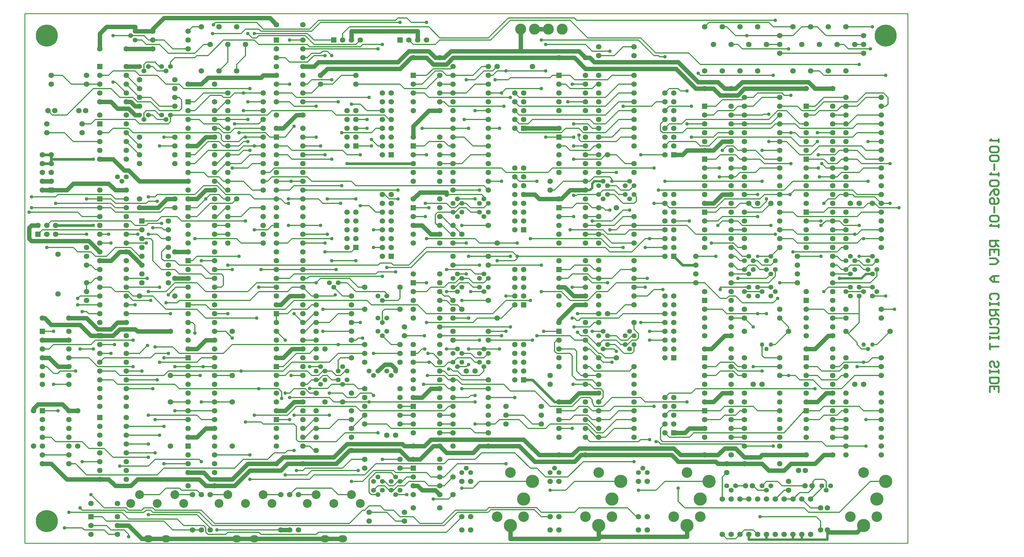
<source format=gbl>
%FSLAX25Y25*%
%MOIN*%
G70*
G01*
G75*
G04 Layer_Physical_Order=2*
G04 Layer_Color=16711680*
%ADD10R,0.53000X0.43500*%
%ADD11C,0.05000*%
%ADD12C,0.01200*%
%ADD13C,0.02500*%
%ADD14C,0.03000*%
%ADD15C,0.04000*%
%ADD16C,0.04500*%
%ADD17C,0.02000*%
%ADD18C,0.01000*%
%ADD19C,0.25000*%
%ADD20C,0.06200*%
%ADD21R,0.06200X0.06200*%
%ADD22R,0.06200X0.06200*%
%ADD23O,0.10000X0.08000*%
%ADD24C,0.10000*%
%ADD25C,0.05500*%
%ADD26C,0.15000*%
%ADD27C,0.12000*%
%ADD28C,0.12500*%
%ADD29C,0.05000*%
%ADD30C,0.04000*%
D11*
X907437Y15000D02*
X908500Y12500D01*
X626000Y557500D02*
X633500Y550000D01*
X610000Y290000D02*
X620000Y280000D01*
X736000Y95000D02*
X738500Y92500D01*
X443500Y65000D02*
X448500Y60000D01*
X463500D02*
X468500Y55000D01*
X448500Y360000D02*
X458500Y350000D01*
X68500Y255000D02*
X81000Y242500D01*
X118500Y500000D02*
X123500Y495000D01*
X116000Y492500D02*
X123500Y485000D01*
X116000Y422500D02*
X128500Y410000D01*
X98500Y435000D02*
X111000Y422500D01*
X276000Y595000D02*
X283500Y587500D01*
X96000Y500000D02*
X103500Y492500D01*
X456000Y557500D02*
X463500Y550000D01*
X453500D02*
X461000Y542500D01*
X621000Y550000D02*
X633500Y537500D01*
X736000D02*
X758500Y515000D01*
X638500Y550000D02*
X643500Y545000D01*
X738500D02*
X743500Y540000D01*
X761000Y522500D01*
X783500D02*
X791000Y515000D01*
X778500D02*
X786000Y507500D01*
X886000Y522500D02*
X893500Y515000D01*
X116000Y20000D02*
X131000Y5000D01*
X93500Y72500D02*
X101000Y65000D01*
X196000Y72500D02*
X203500Y65000D01*
X201000Y80000D02*
X208500Y72500D01*
X423500Y105000D02*
X433500Y95000D01*
X426000Y112500D02*
X428500Y110000D01*
X468500D02*
X476000Y102500D01*
X558500Y110000D02*
X576000Y92500D01*
X563500Y117500D02*
X581000Y100000D01*
X781000Y92500D02*
X783500Y90000D01*
X731000Y100000D02*
X736000Y95000D01*
X733500Y107500D02*
X741000Y100000D01*
X833500Y90000D02*
X841000Y82500D01*
X803500Y107500D02*
X813500Y97500D01*
X116000Y330000D02*
X131000Y315000D01*
X93500Y407500D02*
X101000Y400000D01*
X71000Y342500D02*
X83500Y330000D01*
X3500Y345000D02*
X6000Y342500D01*
X41000Y157500D02*
X48500Y150000D01*
X26000Y210000D02*
X36000Y200000D01*
X21000Y255000D02*
X28500Y247500D01*
X61000D02*
X73500Y235000D01*
X123500Y242500D02*
X126000Y240000D01*
X28500Y90000D02*
X46000Y72500D01*
X576000Y395000D02*
X581000Y390000D01*
X413500Y202500D02*
X418500Y197500D01*
X626000Y557500D02*
X633500Y550000D01*
X149500Y380000D02*
X159500Y390000D01*
X193500Y220000D02*
X203500Y230000D01*
X193500Y390000D02*
X203500Y400000D01*
X288500Y270000D02*
X298500Y280000D01*
X291000Y210000D02*
X301000Y220000D01*
X448500Y165000D02*
X458500Y175000D01*
X438500Y390000D02*
X446000Y397500D01*
X438500Y472500D02*
X456000Y490000D01*
X606000Y390000D02*
X616000Y400000D01*
X603500Y252500D02*
X621000Y270000D01*
X893500Y220000D02*
X908500Y235000D01*
X776000Y220000D02*
X791000Y235000D01*
X778500Y385000D02*
X788500Y395000D01*
X778500Y445000D02*
X788500Y455000D01*
X896000Y160000D02*
X906000Y170000D01*
X96000Y242500D02*
X103500Y250000D01*
X941000Y12500D02*
X948500Y20000D01*
X421000Y545000D02*
X433500Y557500D01*
X423500Y537500D02*
X436000Y550000D01*
X326000Y540000D02*
X331000Y545000D01*
X333500Y530000D02*
X341000Y537500D01*
X266000Y527500D02*
X268500Y530000D01*
X198500Y520000D02*
X206000Y527500D01*
X83500Y577500D02*
X91000Y585000D01*
X143500Y582500D02*
X156000Y595000D01*
X476000Y542500D02*
X483500Y550000D01*
X473500D02*
X481000Y557500D01*
X806000Y507500D02*
X813500Y515000D01*
X803500D02*
X811000Y522500D01*
X118500Y65000D02*
X121000Y67500D01*
X126000Y72500D01*
X193500Y120000D02*
X203500Y130000D01*
X288500Y82500D02*
X296000Y90000D01*
X236000Y65000D02*
X253500Y82500D01*
X283500Y90000D02*
X291000Y97500D01*
X233500Y72500D02*
X251000Y90000D01*
X351000D02*
X366000Y105000D01*
X348500Y97500D02*
X363500Y112500D01*
X446000Y95000D02*
X461000Y110000D01*
X621000Y92500D02*
X628500Y100000D01*
X506000Y102500D02*
X513500Y110000D01*
X451000D02*
X458500Y117500D01*
X618500Y100000D02*
X626000Y107500D01*
X831000Y97500D02*
X833500Y100000D01*
X858500Y82500D02*
X866000Y90000D01*
X783500Y100000D02*
X791000Y107500D01*
X893500Y90000D02*
X903500Y100000D01*
X96000Y320000D02*
X106000Y330000D01*
X46000Y400000D02*
X53500Y407500D01*
X3500Y357500D02*
X6000Y360000D01*
X8500Y152500D02*
X13500Y157500D01*
X98500Y235000D02*
X106000Y242500D01*
X778500Y160000D02*
X788500Y170000D01*
X743500Y440000D02*
X748500Y445000D01*
X746000Y125000D02*
X751000Y130000D01*
X616000Y160000D02*
X626000Y170000D01*
X293500Y150000D02*
X303500Y160000D01*
X291000Y470000D02*
X306000Y485000D01*
X193500Y450000D02*
X203500Y460000D01*
X398500Y195000D02*
X406000Y202500D01*
X748500Y7500D02*
Y20000D01*
X648500Y7500D02*
Y20000D01*
Y5000D02*
Y20000D01*
X603500Y250000D02*
Y252500D01*
X560100Y557500D02*
Y582500D01*
X548500Y5000D02*
Y20000D01*
X476000Y395000D02*
Y397500D01*
X438500Y460000D02*
Y472500D01*
X443500Y570000D02*
Y580000D01*
X418500Y195000D02*
Y197500D01*
X368500Y570000D02*
Y580000D01*
X143500D02*
Y582500D01*
X123500Y580000D02*
Y585000D01*
X83500Y560000D02*
Y577500D01*
X8500Y150000D02*
Y152500D01*
X3500Y345000D02*
Y357500D01*
X91000Y585000D02*
X123500D01*
X156000Y595000D02*
X276000D01*
X591000Y582500D02*
X591300D01*
X575700D02*
X591000D01*
X368500Y580000D02*
X443500D01*
X123500D02*
X143500D01*
X436000Y550000D02*
X438500D01*
X453500D01*
X463500D02*
X468500D01*
X473500D01*
X433500Y557500D02*
X456000D01*
X633500Y550000D02*
X638500D01*
X560100Y557500D02*
X626000D01*
X483500Y550000D02*
X586000D01*
X591000D01*
X601000D01*
X481000Y557500D02*
X626000D01*
X603500Y550000D02*
X621000D01*
X113500Y560000D02*
X143500D01*
X331000Y545000D02*
X421000D01*
X341000Y537500D02*
X423500D01*
X268500Y530000D02*
X283500D01*
X206000Y527500D02*
X266000D01*
X113500Y540000D02*
X128500D01*
X313500D02*
X326000D01*
X461000Y542500D02*
X476000D01*
X633500Y537500D02*
X736000D01*
X643500Y545000D02*
X738500D01*
X183500Y520000D02*
X198500D01*
X758500Y515000D02*
X768500D01*
X761000Y522500D02*
X783500D01*
X791000Y515000D02*
X798500D01*
X768500D02*
X778500D01*
X786000Y507500D02*
X806000D01*
X813500Y515000D02*
X883500D01*
X893500D02*
X913500D01*
X798500D02*
X803500D01*
X811000Y522500D02*
X886000D01*
X456000Y490000D02*
X468500D01*
X113500Y500000D02*
X118500D01*
X123500Y495000D02*
X128500D01*
X103500Y492500D02*
X116000D01*
X83500Y500000D02*
X96000D01*
X123500Y485000D02*
X128500D01*
X563500Y470000D02*
X603500D01*
X306000Y485000D02*
X313500D01*
X283500Y470000D02*
X291000D01*
X788500Y455000D02*
X798500D01*
X203500Y460000D02*
X213500D01*
X183500Y450000D02*
X193500D01*
X766000Y445000D02*
X778500D01*
X83500Y435000D02*
X98500D01*
X748500Y445000D02*
X768500D01*
X733500Y440000D02*
X743500D01*
X128500Y410000D02*
X183500D01*
X111000Y422500D02*
X116000D01*
X18500Y410000D02*
X28500D01*
X159500Y390000D02*
X168500D01*
X183500D02*
X193500D01*
X203500Y400000D02*
X213500D01*
X446000Y397500D02*
X476000D01*
X616000Y400000D02*
X633500D01*
X603500Y390000D02*
X606000D01*
X788500Y395000D02*
X798500D01*
X28500Y400000D02*
X46000D01*
X53500Y407500D02*
X93500D01*
X101000Y400000D02*
X113500D01*
X18500D02*
X28500D01*
X581000Y390000D02*
X603500D01*
X563500Y395000D02*
X576000D01*
X128500Y380000D02*
X149500D01*
X768500Y385000D02*
X778500D01*
X438500Y360000D02*
X448500D01*
X6000D02*
X13500D01*
X458500Y350000D02*
X468500D01*
X6000Y342500D02*
X71000D01*
X106000Y330000D02*
X113500D01*
X116000D01*
X83500Y320000D02*
X96000D01*
X168500Y330000D02*
X183500D01*
X168500Y300000D02*
X183500D01*
X620000Y280000D02*
X633500D01*
X603500Y290000D02*
X610000D01*
X298500Y280000D02*
X313500D01*
X283500Y270000D02*
X288500D01*
X621000D02*
X631000D01*
X48500Y255000D02*
X68500D01*
X18500D02*
X21000D01*
X908500Y235000D02*
X913500D01*
X791000D02*
X798500D01*
X103500Y250000D02*
X113500D01*
X81000Y242500D02*
X96000D01*
X126000Y240000D02*
X163500D01*
X28500Y247500D02*
X61000D01*
X73500Y235000D02*
X83500D01*
X98500D01*
X106000Y242500D02*
X123500D01*
X183500Y220000D02*
X193500D01*
X203500Y230000D02*
X213500D01*
X301000Y220000D02*
X313500D01*
X883500D02*
X893500D01*
X768500D02*
X776000D01*
X18500Y230000D02*
X48500D01*
X283500Y210000D02*
X291000D01*
X18500D02*
X26000D01*
X36000Y200000D02*
X48500D01*
X406000Y202500D02*
X413500D01*
X458500Y175000D02*
X468500D01*
X438500Y165000D02*
X448500D01*
X883500Y160000D02*
X896000D01*
X906000Y170000D02*
X913500D01*
X13500Y157500D02*
X41000D01*
X768500Y160000D02*
X778500D01*
X788500Y170000D02*
X798500D01*
X626000D02*
X648500D01*
X603500Y160000D02*
X616000D01*
X303500D02*
X313500D01*
X48500Y150000D02*
X58500D01*
X283500D02*
X293500D01*
X203500Y130000D02*
X213500D01*
X183500Y120000D02*
X193500D01*
X458500Y117500D02*
X563500D01*
X751000Y130000D02*
X768500D01*
X733500Y125000D02*
X746000D01*
X513500Y110000D02*
X558500D01*
X368500Y105000D02*
X423500D01*
X366000D02*
X368500D01*
X428500Y110000D02*
X438500D01*
X363500Y112500D02*
X426000D01*
X291000Y97500D02*
X348500D01*
X461000Y110000D02*
X468500D01*
X628500Y100000D02*
X633500D01*
X731000D01*
X476000Y102500D02*
X506000D01*
X438500Y110000D02*
X451000D01*
X581000Y100000D02*
X603500D01*
X618500D01*
X741000D02*
X768500D01*
X783500D01*
X626000Y107500D02*
X733500D01*
X833500Y100000D02*
X858500D01*
X868500D01*
X883500D01*
X813500Y97500D02*
X831000D01*
X791000Y107500D02*
X803500D01*
X903500Y100000D02*
X913500D01*
X738500Y92500D02*
X781000D01*
X296000Y90000D02*
X313500D01*
X253500Y82500D02*
X288500D01*
X251000Y90000D02*
X283500D01*
X183500Y80000D02*
X201000D01*
X433500Y95000D02*
X438500D01*
X446000D01*
X313500Y90000D02*
X351000D01*
X576000Y92500D02*
X621000D01*
X783500Y90000D02*
X793500D01*
X813500D01*
X841000Y82500D02*
X858500D01*
X813500Y90000D02*
X816000D01*
X833500D01*
X866000D02*
X893500D01*
X18500D02*
X28500D01*
X438500Y65000D02*
X443500D01*
X448500Y60000D02*
X463500D01*
X83500Y72500D02*
X93500D01*
X46000D02*
X83500D01*
X101000Y65000D02*
X118500D01*
X126000Y72500D02*
X196000D01*
X203500Y65000D02*
X213500D01*
X236000D01*
X208500Y72500D02*
X233500D01*
X103500Y20000D02*
X116000D01*
X338500Y5000D02*
X358500D01*
X258500D02*
X338500D01*
X238500D02*
X258500D01*
X908500Y12500D02*
X941000D01*
X648500Y7500D02*
X748500D01*
X548500Y5000D02*
X648500D01*
X288500Y15000D02*
X298500D01*
X238500Y5000D02*
X241000D01*
X158500D02*
X241000D01*
X131000D02*
X138500D01*
X158500D01*
D12*
X293500Y460000D02*
X303500Y472500D01*
X858500Y125000D02*
X881000Y150000D01*
X900000Y360000D02*
X906000Y365000D01*
X641000Y160000D02*
X643500Y155000D01*
X576000Y172500D02*
X593500Y155000D01*
X696000Y572500D02*
X713000Y555500D01*
X750500D02*
X763500Y542500D01*
X768500Y295000D02*
X786000Y277500D01*
X456000Y585000D02*
X468500Y572500D01*
X861000Y455000D02*
X876000Y440000D01*
X861000Y490000D02*
X876000Y475000D01*
X928500Y240000D02*
X941000Y227500D01*
X113500Y455000D02*
X128500Y440000D01*
X113500Y465000D02*
X128500Y450000D01*
X113500Y530000D02*
X128500Y515000D01*
X113500Y520000D02*
X128500Y505000D01*
X636000Y130000D02*
X648500Y117500D01*
X56000Y90000D02*
X68500Y77500D01*
X193500Y32500D02*
X208500Y17500D01*
X196000Y35000D02*
X211000Y20000D01*
X73500Y55000D02*
X88500Y40000D01*
X198500Y37500D02*
X213500Y22500D01*
X143500Y280000D02*
X158500Y265000D01*
X553500Y102500D02*
X571000Y85000D01*
X618500Y590000D02*
X636000Y572500D01*
X693500Y570000D02*
X711000Y552500D01*
X633500Y230000D02*
X648500Y215000D01*
X971000Y510000D02*
X976000Y505000D01*
X961000Y392500D02*
X968500Y385000D01*
X961000D02*
X966000Y380000D01*
X928500Y240000D02*
X931000Y237500D01*
X941000Y435000D02*
X946000Y430000D01*
X936000Y400000D02*
X941000Y395000D01*
X946000Y450000D02*
X951000Y445000D01*
X941000Y225000D02*
X946000Y220000D01*
X943500Y155000D02*
X948500Y150000D01*
X941000Y445000D02*
X951000Y435000D01*
X943500Y320000D02*
X948500Y315000D01*
X943500D02*
X948500Y310000D01*
X936000Y395000D02*
X938500Y392500D01*
X921000Y365000D02*
X926000Y360000D01*
Y565000D02*
X931000Y560000D01*
X918500Y315000D02*
X923500Y310000D01*
X918500Y325000D02*
X923500Y320000D01*
X903500Y435000D02*
X908500Y430000D01*
X903500Y72500D02*
X906000Y70000D01*
X903500Y265000D02*
X908500Y260000D01*
X896000Y585000D02*
X898500Y582500D01*
X906000Y575000D01*
X898500Y535000D02*
X903500Y530000D01*
X891000Y185000D02*
X901000Y175000D01*
X896000Y200000D02*
X901000Y195000D01*
X896000Y190000D02*
X901000Y185000D01*
Y430000D02*
X906000Y425000D01*
X901000Y115000D02*
X906000Y110000D01*
X894563Y30000D02*
X899563Y25000D01*
X878500Y50000D02*
X888500Y40000D01*
X868500Y375000D02*
X873500Y370000D01*
X868500Y355000D02*
X873500Y350000D01*
X868500Y345000D02*
X873500Y340000D01*
X871000Y190000D02*
X876000Y185000D01*
X871000Y475000D02*
X876000Y470000D01*
X871000Y465000D02*
X876000Y460000D01*
X873500Y495000D02*
X878500Y490000D01*
X881000Y40000D02*
X886000Y35000D01*
X851000Y70000D02*
X856000Y65000D01*
X853500Y255000D02*
X863500Y245000D01*
X866000Y460000D02*
X876000Y450000D01*
X856000Y510000D02*
X858500Y507500D01*
X833500Y212500D02*
X836000Y210000D01*
X841000Y590000D02*
X846000Y585000D01*
X831000Y435000D02*
X836000Y430000D01*
X826000Y445000D02*
X836000Y435000D01*
X823500Y65000D02*
X828500Y60000D01*
X818500Y385000D02*
X823500Y380000D01*
X813500Y255000D02*
X823500Y245000D01*
X811000Y112500D02*
X813500Y110000D01*
X823500Y155000D02*
X828500Y150000D01*
Y320000D02*
X833500Y315000D01*
X826000D02*
X831000Y310000D01*
X823500Y15000D02*
X828500Y10000D01*
X793500Y585000D02*
X803500Y575000D01*
Y280000D02*
X811000Y272500D01*
X806000Y365000D02*
X811000Y360000D01*
X801000Y340000D02*
X806000Y335000D01*
X801000Y450000D02*
X806000Y445000D01*
Y565000D02*
X811000Y560000D01*
X801000Y200000D02*
X806000Y195000D01*
X801000D02*
X806000Y190000D01*
X801000Y205000D02*
X806000Y200000D01*
X803500Y440000D02*
X808500Y435000D01*
X801000Y315000D02*
X806000Y310000D01*
X803500Y325000D02*
X808500Y320000D01*
X801000Y335000D02*
X811000Y325000D01*
X793500Y585000D02*
X803500Y575000D01*
X788500Y265000D02*
X793500Y260000D01*
X788500Y10000D02*
X793500Y5000D01*
X788500Y265000D02*
X793500Y260000D01*
X761000Y532500D02*
X763500Y530000D01*
X758500Y455000D02*
X763500Y450000D01*
X738500Y47500D02*
X746000Y40000D01*
X748500Y360000D02*
X758500Y350000D01*
X738500Y515000D02*
X741000Y512500D01*
X716000Y552500D02*
X717500Y551000D01*
X723500Y385000D02*
X728500Y380000D01*
X718500Y467500D02*
X721000Y465000D01*
X716000Y115000D02*
X718500Y112500D01*
Y117500D02*
X721000Y115000D01*
X723500Y125000D02*
X728500Y120000D01*
X696000Y165000D02*
X701000Y160000D01*
X688500Y395000D02*
X691000Y392500D01*
X688500Y242500D02*
X693500Y237500D01*
X681000Y40000D02*
X691000Y30000D01*
X667000Y225000D02*
X677000Y215000D01*
X653500Y380000D02*
X656000Y377500D01*
X653500Y355000D02*
X658500Y350000D01*
X668500Y440000D02*
X678500Y430000D01*
X668500Y405000D02*
X673500Y400000D01*
X666000D02*
X671000Y395000D01*
X661000Y415000D02*
X663500Y412500D01*
X666000Y395000D02*
X676000Y385000D01*
X653500Y350000D02*
X663500Y340000D01*
X668500Y235000D02*
X673500Y230000D01*
X668500D02*
X673500Y225000D01*
X666000Y220000D02*
X668500Y217500D01*
X656000Y335000D02*
X661000Y330000D01*
X638500Y200000D02*
X643500Y195000D01*
X633500Y565000D02*
X641000Y557500D01*
X638500Y480000D02*
X643500Y475000D01*
X636000D02*
X641000Y470000D01*
X636000Y385000D02*
X641000Y380000D01*
X638500Y315000D02*
X643500Y310000D01*
X636000Y305000D02*
X641000Y300000D01*
X651000Y215000D02*
X656000Y210000D01*
X638500Y220000D02*
X648500Y210000D01*
X653500Y205000D01*
X636000Y235000D02*
X646000Y225000D01*
X636000Y300000D02*
X641000Y295000D01*
X636000Y145000D02*
X641000Y140000D01*
X636000Y155000D02*
X641000Y150000D01*
X636000Y140000D02*
X646000Y130000D01*
Y120000D02*
X648500Y117500D01*
X633500Y120000D02*
X638500Y115000D01*
X651000Y175000D02*
X653500Y172500D01*
X638500Y180000D02*
X643500Y175000D01*
X651000Y345000D02*
X661000Y335000D01*
X636000Y135000D02*
X646000Y125000D01*
X638500Y165000D02*
X641000Y162500D01*
Y185000D02*
X646000Y180000D01*
X624500Y239000D02*
X628500Y235000D01*
X626000Y457500D02*
X628500Y455000D01*
X626000Y470000D02*
X631000Y465000D01*
X621000Y595000D02*
X623500Y592500D01*
X616000D02*
X618500Y590000D01*
X616000Y530000D02*
X621000Y525000D01*
Y255000D02*
X623500Y252500D01*
X616000Y235000D02*
X621000Y230000D01*
X623500Y195000D02*
X628500Y190000D01*
X621000Y220000D02*
X623500Y217500D01*
X618500Y190000D02*
X623500Y185000D01*
X616000Y215000D02*
X618500Y212500D01*
X606000Y285000D02*
X616000Y275000D01*
X611000Y450000D02*
X616000Y445000D01*
X611000Y520000D02*
X616000Y515000D01*
X598500Y217500D02*
X601000Y215000D01*
X575500Y38000D02*
X583500Y30000D01*
X578000Y40500D02*
X583500Y35000D01*
X578500Y85000D02*
X588500Y75000D01*
X563500Y145000D02*
X573500Y135000D01*
X558500Y140000D02*
X568500Y130000D01*
X551000Y330000D02*
X556000Y325000D01*
X541000Y422500D02*
X543500Y420000D01*
X538500Y425000D02*
X541000Y422500D01*
X553500Y510000D02*
X558500Y505000D01*
X553500Y500000D02*
X558500Y495000D01*
X553500Y490000D02*
X558500Y485000D01*
X553500Y480000D02*
X558500Y475000D01*
X553500Y470000D02*
X558500Y465000D01*
X541000Y180000D02*
X548500Y172500D01*
X553500Y415000D02*
X558500Y410000D01*
X518500Y405000D02*
X523500Y400000D01*
X516000Y395000D02*
X518500Y392500D01*
X503500Y310000D02*
X508500Y305000D01*
Y345000D02*
X513500Y340000D01*
X503500Y130000D02*
X508500Y125000D01*
X498500Y380000D02*
X503500Y375000D01*
X498500Y385000D02*
X503500Y380000D01*
X501000Y300000D02*
X506000Y295000D01*
X501000D02*
X506000Y290000D01*
X503500Y215000D02*
X508500Y210000D01*
X503500D02*
X508500Y205000D01*
X478500Y280000D02*
X483500Y275000D01*
X488500Y195000D02*
X493500Y190000D01*
X481000Y197500D02*
X483500Y195000D01*
X488500Y190000D02*
X493500Y185000D01*
X488500Y270000D02*
X493500Y265000D01*
X483500Y360000D02*
X493500Y350000D01*
X496000Y460000D02*
X506000Y450000D01*
X488500Y185000D02*
X493500Y180000D01*
X461000Y215000D02*
X468500Y207500D01*
Y285000D02*
X473500Y280000D01*
Y195000D02*
X478500Y190000D01*
X473500D02*
X478500Y185000D01*
X471000Y370000D02*
X481000Y360000D01*
X476000Y275000D02*
X481000Y270000D01*
X476000Y385000D02*
X481000Y380000D01*
X471000Y360000D02*
X481000Y350000D01*
X463500Y362500D02*
X466000Y360000D01*
X471000Y535000D02*
X476000Y530000D01*
X473500Y455000D02*
X478500Y450000D01*
X473500Y500000D02*
X478500Y495000D01*
X458500Y205000D02*
X463500Y200000D01*
X473500Y180000D02*
X478500Y175000D01*
X453500Y80000D02*
X458500Y75000D01*
X443500Y270000D02*
X453500Y260000D01*
X451000Y510000D02*
X456000Y505000D01*
X438500Y30000D02*
X446000Y22500D01*
X451000Y70000D02*
X456000Y65000D01*
X423500Y520000D02*
X428500Y515000D01*
X431000Y595000D02*
X436000Y590000D01*
X433500Y570000D02*
X438500Y565000D01*
X406000Y285000D02*
X408500Y282500D01*
X413500Y317500D02*
X416000Y315000D01*
X406000Y485000D02*
X411000Y480000D01*
X406000Y395000D02*
X411000Y390000D01*
X408500Y135000D02*
X413500Y130000D01*
X403500Y235000D02*
X413500Y225000D01*
X406000Y65000D02*
X411000Y60000D01*
X406000Y70000D02*
X411000Y65000D01*
X408500Y35000D02*
X418500Y25000D01*
X401000Y42500D02*
X406000Y37500D01*
X416000D02*
X423500Y30000D01*
X413500Y80000D02*
X418500Y75000D01*
X416000Y82500D02*
X418500Y80000D01*
X388500Y382500D02*
X396000Y375000D01*
X386000Y275000D02*
X391000Y270000D01*
Y457500D02*
X398500Y450000D01*
X391000Y170000D02*
X393500Y167500D01*
X388500Y57500D02*
X391000Y55000D01*
X366000Y300000D02*
X376000Y290000D01*
X363500Y295000D02*
X373500Y285000D01*
X378500Y497500D02*
X386000Y490000D01*
X371000Y180000D02*
X376000Y175000D01*
X373500Y155000D02*
X378500Y150000D01*
X368500Y410000D02*
X373500Y405000D01*
X366000Y300000D02*
X376000Y290000D01*
X346000Y490000D02*
X351000Y485000D01*
X358500Y445000D02*
X363500Y440000D01*
X341000Y557500D02*
X346000Y552500D01*
X341000Y190000D02*
X346000Y185000D01*
Y195000D02*
X351000Y190000D01*
X348500Y290000D02*
X358500Y280000D01*
X346000Y62500D02*
X353500Y55000D01*
X343500Y165000D02*
X348500Y160000D01*
X358500Y170000D02*
X363500Y165000D01*
X331000Y390000D02*
X336000Y385000D01*
X321000Y110000D02*
X326000Y105000D01*
X306000Y117500D02*
X308500Y115000D01*
X303500Y135000D02*
X306000Y132500D01*
X318500Y195000D02*
X323500Y190000D01*
X316000Y175000D02*
X321000Y170000D01*
X316000Y575000D02*
X326000Y565000D01*
X318500Y577500D02*
X326000Y570000D01*
X313500Y290000D02*
X323500Y280000D01*
X301000Y510000D02*
X306000Y505000D01*
X303500Y260000D02*
X313500Y250000D01*
X318500Y415000D02*
X323500Y410000D01*
X318500Y565000D02*
X321000Y562500D01*
X296000Y440000D02*
X301000Y435000D01*
X286000Y175000D02*
X289500Y171500D01*
X296000Y450000D02*
X301000Y445000D01*
X288500Y390000D02*
X293500Y385000D01*
Y550000D02*
X298500Y545000D01*
Y500000D02*
X303500Y495000D01*
X283500Y240000D02*
X293500Y230000D01*
X296000Y440000D02*
X301000Y435000D01*
X271000Y465000D02*
X276000Y460000D01*
X266000Y137500D02*
X268500Y135000D01*
X263500Y582500D02*
X266000Y580000D01*
X263500Y12500D02*
X266000Y10000D01*
X261000Y590000D02*
X268500Y582500D01*
X251000Y577500D02*
X256000Y572500D01*
X246000Y410000D02*
X256000Y400000D01*
X253500Y395000D02*
X258500Y390000D01*
Y570000D02*
X263500Y565000D01*
X238500Y345000D02*
X243500Y340000D01*
X226000Y240000D02*
X233500Y232500D01*
X218500Y395000D02*
X223500Y390000D01*
X221000Y305000D02*
X223500Y302500D01*
X218500Y465000D02*
X221000Y462500D01*
Y457500D02*
X223500Y455000D01*
X218500Y470000D02*
X223500Y465000D01*
X218500Y415000D02*
X223500Y410000D01*
X216000D02*
X226000Y400000D01*
X218500Y455000D02*
X223500Y450000D01*
X218500Y475000D02*
X223500Y470000D01*
X221000Y507500D02*
X223500Y505000D01*
X216000Y405000D02*
X226000Y395000D01*
X203500Y270000D02*
X208500Y265000D01*
X203500Y12500D02*
X206000Y10000D01*
X218500Y395000D02*
X223500Y390000D01*
X196000Y95000D02*
X198500Y92500D01*
Y305000D02*
X203500Y300000D01*
X198500Y315000D02*
X208500Y305000D01*
X201000Y420000D02*
X206000Y415000D01*
X196000Y480000D02*
X201000Y475000D01*
X193500Y60000D02*
X198500Y55000D01*
X193500Y145000D02*
X198500Y140000D01*
X188500Y250000D02*
X191000Y247500D01*
X193500Y295000D02*
X203500Y285000D01*
X201000Y20000D02*
X203500Y17500D01*
X193500Y265000D02*
X203500Y255000D01*
X168500Y180000D02*
X173500Y175000D01*
X166000Y222500D02*
X173500Y215000D01*
X168500Y310000D02*
X173500Y305000D01*
X168500Y320000D02*
X173500Y315000D01*
X171000Y370000D02*
X176000Y365000D01*
X173500Y520000D02*
X178500Y515000D01*
X173500Y505000D02*
X176000Y502500D01*
X173500Y62500D02*
X176000Y60000D01*
X171000Y27500D02*
X178500Y20000D01*
X168500Y180000D02*
X173500Y175000D01*
X148500Y350000D02*
X153500Y345000D01*
Y357500D02*
X156000Y355000D01*
X153500Y322500D02*
X156000Y320000D01*
X148500Y530000D02*
X158500Y520000D01*
X146000Y490000D02*
X151000Y485000D01*
X146000Y545000D02*
X148500Y542500D01*
X151000Y540000D01*
X156000Y570000D02*
X166000Y560000D01*
X151000Y565000D02*
X161000Y555000D01*
X156000Y25000D02*
X166000Y15000D01*
X141000Y345000D02*
X143500Y342500D01*
Y320000D02*
X153500Y310000D01*
X141000Y500000D02*
X151000Y490000D01*
X141000Y505000D02*
X151000Y495000D01*
X143500Y485000D02*
X148500Y480000D01*
X143500Y540000D02*
X148500Y535000D01*
X133500Y575000D02*
X138500Y570000D01*
X131000D02*
X136000Y565000D01*
X141000Y37500D02*
X143500Y35000D01*
Y40000D02*
X146000Y37500D01*
X116000Y470000D02*
X121000Y465000D01*
X123500Y480000D02*
X128500Y475000D01*
X123500Y535000D02*
X128500Y530000D01*
X121000Y505000D02*
X126000Y500000D01*
X116000Y280000D02*
X121000Y275000D01*
X116000Y285000D02*
X121000Y280000D01*
X118500Y365000D02*
X123500Y360000D01*
X118500Y335000D02*
X128500Y325000D01*
X111000Y15000D02*
X116000Y10000D01*
X108500Y35000D02*
X113500Y30000D01*
X116000Y27500D01*
X111000Y37500D02*
X113500Y35000D01*
Y40000D02*
X116000Y37500D01*
X98500Y185000D02*
X103500Y180000D01*
X101000Y195000D02*
X106000Y190000D01*
X103500Y520000D02*
X113500Y510000D01*
X101000Y522500D02*
X103500Y520000D01*
X96000Y515000D02*
X106000Y505000D01*
X96000Y390000D02*
X101000Y385000D01*
X96000Y380000D02*
X101000Y375000D01*
X96000Y290000D02*
X101000Y285000D01*
X96000Y395000D02*
X101000Y390000D01*
X96000Y385000D02*
X101000Y380000D01*
X88500Y15000D02*
X93500Y10000D01*
X86000Y30000D02*
X91000Y25000D01*
Y20000D02*
X96000Y15000D01*
X88500Y107500D02*
X98500Y97500D01*
X101000Y195000D02*
X106000Y190000D01*
X98500Y185000D02*
X103500Y180000D01*
X68500Y262500D02*
X71000Y260000D01*
X73500Y315000D02*
X78500Y310000D01*
X73500Y330000D02*
X78500Y325000D01*
X71000Y210000D02*
X81000Y200000D01*
X58500Y375000D02*
X63500Y370000D01*
X53500Y335000D02*
X58500Y330000D01*
X63500Y17500D02*
X66000Y15000D01*
X63500Y115000D02*
X71000Y107500D01*
X61000Y40000D02*
X63500Y37500D01*
X41000Y530000D02*
X51000Y520000D01*
X43500Y465000D02*
X53500Y455000D01*
X28500Y120000D02*
X31000Y117500D01*
X33500Y115000D01*
X24563Y490000D02*
X29563Y485000D01*
X23500Y200000D02*
X31000Y192500D01*
X663500Y365000D02*
X676000Y377500D01*
X453500Y515000D02*
X468500Y530000D01*
X436000Y312500D02*
X453500Y330000D01*
X473500Y75000D02*
X488500Y90000D01*
X538500Y255000D02*
X553500Y270000D01*
X56000Y495000D02*
X76000Y515000D01*
X291000Y200000D02*
X303500Y212500D01*
X368500Y130000D02*
X383500Y145000D01*
X888500Y50000D02*
X901000Y62500D01*
X448500Y520000D02*
X463500Y535000D01*
X191000Y430000D02*
X206000Y445000D01*
X191000Y440000D02*
X206000Y455000D01*
X191000Y490000D02*
X208500Y507500D01*
X523500Y572500D02*
X546000Y595000D01*
X848500Y225000D02*
X863500Y240000D01*
X931000Y237500D02*
X943500Y250000D01*
X923500Y175000D02*
X938500Y190000D01*
X963500Y225000D02*
X978500Y240000D01*
X526000Y570000D02*
X548500Y592500D01*
X656000Y505000D02*
X671000Y520000D01*
X656000Y495000D02*
X671000Y510000D01*
X656000Y485000D02*
X671000Y500000D01*
X656000Y475000D02*
X671000Y490000D01*
X656000Y465000D02*
X671000Y480000D01*
X193500Y370000D02*
X208500Y385000D01*
X433500Y315000D02*
X453500Y335000D01*
X686000Y330000D02*
X701000Y345000D01*
X476000Y12500D02*
X491000Y27500D01*
X473500Y20000D02*
X488500Y35000D01*
X366000Y22500D02*
X381000Y37500D01*
X471000Y22500D02*
X486000Y37500D01*
X653500Y125000D02*
X668500Y140000D01*
X613500Y75000D02*
X631000Y92500D01*
X383500Y77500D02*
X396000Y90000D01*
X193500Y380000D02*
X208500Y395000D01*
X921000Y35000D02*
X956000Y70000D01*
X206000Y552500D02*
X223500Y570000D01*
X381000Y70000D02*
X393500Y82500D01*
X973500Y495000D02*
X976000Y497500D01*
X953500Y205000D02*
X958500Y210000D01*
X948500Y380000D02*
X953500Y385000D01*
X961000Y300000D02*
X963500Y302500D01*
X958500Y315000D02*
X963500Y320000D01*
X956000Y295000D02*
X961000Y300000D01*
X953500Y205000D02*
X958500Y210000D01*
X941000Y340000D02*
X946000Y345000D01*
X941000Y350000D02*
X946000Y355000D01*
X941000Y370000D02*
X946000Y375000D01*
X943500Y420000D02*
X948500Y425000D01*
X931000Y475000D02*
X941000Y485000D01*
X936000Y470000D02*
X941000Y475000D01*
X936000Y460000D02*
X941000Y465000D01*
Y500000D02*
X951000Y510000D01*
X941000Y495000D02*
X951000Y505000D01*
X928500Y310000D02*
X933500Y315000D01*
X941000Y350000D02*
X946000Y355000D01*
X941000Y340000D02*
X946000Y345000D01*
X918500Y430000D02*
X923500Y435000D01*
X916000Y440000D02*
X921000Y445000D01*
Y195000D02*
X926000Y200000D01*
X918500Y185000D02*
X923500Y190000D01*
X921000Y200000D02*
X926000Y205000D01*
X918500Y145000D02*
X923500Y150000D01*
X918500Y415000D02*
X923500Y420000D01*
X918500Y490000D02*
X923500Y495000D01*
X916000Y390000D02*
X921000Y395000D01*
X918500Y330000D02*
X923500Y335000D01*
X888500Y60000D02*
X891000Y62500D01*
Y70000D02*
X893500Y72500D01*
X891000Y450000D02*
X896000Y455000D01*
X888500Y440000D02*
X898500Y450000D01*
X903500Y375000D02*
X908500Y380000D01*
X898500Y150000D02*
X903500Y155000D01*
X898500Y140000D02*
X903500Y145000D01*
X893500Y490000D02*
X903500Y500000D01*
X893500Y485000D02*
X898500Y490000D01*
X893500Y495000D02*
X896000Y497500D01*
X903500Y505000D01*
Y385000D02*
X908500Y390000D01*
X903500Y285000D02*
X908500Y290000D01*
X868500Y50000D02*
X876000Y57500D01*
X886000D02*
X888500Y60000D01*
X868500Y575000D02*
X878500Y585000D01*
X856000Y57500D02*
X858500Y60000D01*
X865000Y395000D02*
X870000Y400000D01*
X858500D02*
X868500Y410000D01*
X834000Y485000D02*
X835000Y486000D01*
X846000Y272500D02*
X851000Y277500D01*
X833500Y65000D02*
X838500Y70000D01*
X848500Y50000D02*
X856000Y57500D01*
X843500Y325000D02*
X853500Y335000D01*
X833500Y375000D02*
X843500Y385000D01*
Y470000D02*
X848500Y475000D01*
X843500D02*
X853500Y485000D01*
X841000Y480000D02*
X851000Y490000D01*
X843500Y315000D02*
X848500Y320000D01*
X831000Y390000D02*
X836000Y395000D01*
X831000Y380000D02*
X838500Y387500D01*
X841000Y295000D02*
X848500Y302500D01*
X838500Y300000D02*
X843500Y305000D01*
X811000Y502500D02*
X813500Y505000D01*
X826000Y420000D02*
X831000Y425000D01*
X823500Y505000D02*
X828500Y510000D01*
X823500Y495000D02*
X833500Y505000D01*
X813500Y310000D02*
X818500Y315000D01*
X793500Y277500D02*
X796000Y280000D01*
X808500Y10000D02*
X813500Y15000D01*
X803500Y5000D02*
X808500Y10000D01*
X803500Y380000D02*
X808500Y385000D01*
X801000Y490000D02*
X806000Y495000D01*
X803500Y145000D02*
X808500Y150000D01*
X803500Y415000D02*
X808500Y420000D01*
X773500Y450000D02*
X783500Y460000D01*
X788500Y75000D02*
X793500Y80000D01*
X783500Y360000D02*
X788500Y365000D01*
X783500D02*
X788500Y370000D01*
X781000Y380000D02*
X791000Y390000D01*
X778500Y460000D02*
X783500Y465000D01*
X788500Y445000D02*
X793500Y450000D01*
X781000Y375000D02*
X786000Y380000D01*
X778500Y485000D02*
X783500Y490000D01*
X781000Y495000D02*
X788500Y502500D01*
X786000Y150000D02*
X791000Y155000D01*
X786000Y140000D02*
X791000Y145000D01*
X781000Y190000D02*
X786000Y195000D01*
X781000Y200000D02*
X786000Y205000D01*
X781000Y435000D02*
X786000Y440000D01*
X768500Y585000D02*
X773500Y590000D01*
X751000Y120000D02*
X756000Y125000D01*
X753500Y170000D02*
X758500Y175000D01*
X742500Y475000D02*
X747500Y480000D01*
X743500Y465000D02*
X748500Y470000D01*
X723500Y450000D02*
X728500Y455000D01*
X718500Y475000D02*
X723500Y480000D01*
Y510000D02*
X728500Y515000D01*
X723500Y490000D02*
X728500Y495000D01*
X718500Y130000D02*
X723500Y135000D01*
Y145000D02*
X728500Y150000D01*
X723500Y470000D02*
X728500Y475000D01*
X713500Y60000D02*
X723500Y70000D01*
Y165000D02*
X728500Y170000D01*
X708500Y495000D02*
X713500Y500000D01*
X693500Y115000D02*
X696000Y117500D01*
X703500Y280000D02*
X711000Y287500D01*
X683500Y195000D02*
X688500Y200000D01*
X678500Y350000D02*
X683500Y355000D01*
Y400000D02*
X688500Y405000D01*
Y385000D02*
X691000Y387500D01*
X686000Y215000D02*
X688500Y217500D01*
X681000Y230000D02*
X686000Y235000D01*
X691000Y230000D02*
X693500Y232500D01*
X681000Y225000D02*
X686000Y230000D01*
X658500Y285000D02*
X668500Y295000D01*
X658500Y525000D02*
X663500Y530000D01*
X666000Y552500D02*
X676000Y562500D01*
X666000Y462500D02*
X673500Y470000D01*
X663500Y460000D02*
X666000Y462500D01*
X668500Y455000D02*
X673500Y460000D01*
X666000Y360000D02*
X676000Y370000D01*
X668500Y355000D02*
X673500Y360000D01*
X663500Y300000D02*
X673500Y310000D01*
X668500Y260000D02*
X678500Y270000D01*
X656000Y120000D02*
X666000Y130000D01*
X661000Y140000D02*
X671000Y150000D01*
X661000D02*
X666000Y155000D01*
X671000Y255000D02*
X676000Y260000D01*
X653500Y155000D02*
X663500Y165000D01*
X643500Y282500D02*
X646000Y285000D01*
X636000Y275000D02*
X643500Y282500D01*
X641000Y515000D02*
X646000Y520000D01*
X638500Y445000D02*
X643500Y450000D01*
X651000Y435000D02*
X656000Y440000D01*
X638500Y410000D02*
X643500Y415000D01*
X648500Y225000D02*
X653500Y230000D01*
X638500Y245000D02*
X643500Y250000D01*
X648500Y160000D02*
X653500Y165000D01*
X648500Y395000D02*
X653500Y400000D01*
X623500Y394000D02*
X624500Y395000D01*
X621000Y92500D02*
X628500Y100000D01*
X618500Y380000D02*
X623500Y385000D01*
X616000Y310000D02*
X621000Y315000D01*
X616000Y302500D02*
X618500Y305000D01*
X616000Y140000D02*
X621000Y145000D01*
X626000Y252500D02*
X628500Y255000D01*
X621000Y35000D02*
X626000Y40000D01*
X621000Y150000D02*
X626000Y155000D01*
X618500D02*
X628500Y165000D01*
X598500Y400000D02*
X608500Y410000D01*
X606000Y465000D02*
X611000Y470000D01*
X613500Y300000D02*
X616000Y302500D01*
X611000Y60000D02*
X621000Y70000D01*
X598500Y227500D02*
X601000Y230000D01*
X593500Y527500D02*
X596000Y530000D01*
X591000Y420000D02*
X596000Y425000D01*
X588500Y130000D02*
X593500Y135000D01*
X568500Y475000D02*
X573500Y480000D01*
X546000Y525000D02*
X548500Y527500D01*
X538500Y270000D02*
X543500Y275000D01*
X538500Y510000D02*
X543500Y515000D01*
X553500Y320000D02*
X556000Y322500D01*
X528500Y535000D02*
X533500Y540000D01*
X528500Y530000D02*
X533500Y535000D01*
X523500Y35000D02*
X526500Y38000D01*
X521000Y37500D02*
X524000Y40500D01*
X528500Y260000D02*
X538500Y270000D01*
X518500Y380000D02*
X523500Y385000D01*
X518500Y295000D02*
X523500Y300000D01*
X518500Y210000D02*
X523500Y215000D01*
X531000Y135000D02*
X536000Y140000D01*
X508500Y525000D02*
X518500Y535000D01*
X506000Y530000D02*
X516000Y540000D01*
X498500Y200000D02*
X501000Y202500D01*
X513500Y190000D02*
X518500Y195000D01*
X506000Y102500D02*
X513500Y110000D01*
X506000Y250000D02*
X511000Y255000D01*
X498500Y510000D02*
X508500Y520000D01*
X506000Y62500D02*
X513500Y70000D01*
X508500Y95000D02*
X516000Y102500D01*
X501000Y165000D02*
X503500Y167500D01*
X486000Y295000D02*
X491000Y300000D01*
X486000Y290000D02*
X491000Y295000D01*
X486000Y375000D02*
X491000Y380000D01*
X486000D02*
X491000Y385000D01*
X481000Y537500D02*
X483500Y540000D01*
X493500Y430000D02*
X503500Y440000D01*
X491000Y27500D02*
X493500Y30000D01*
X483500Y205000D02*
X488500Y210000D01*
X478500Y50000D02*
X483500Y55000D01*
X473500Y290000D02*
X478500Y295000D01*
X463500Y372500D02*
X466000Y375000D01*
X463500Y565000D02*
X468500Y570000D01*
X473500Y200000D02*
X478500Y205000D01*
X473500Y65000D02*
X483500Y75000D01*
X473500Y150000D02*
X478500Y155000D01*
X473500Y90000D02*
X478500Y95000D01*
X443500Y215000D02*
X448500Y220000D01*
X453500Y285000D02*
X458500Y290000D01*
X453500Y530000D02*
X461000Y537500D01*
X451000Y450000D02*
X456000Y455000D01*
X421000Y275000D02*
X423500Y277500D01*
X418500Y592500D02*
X421000Y595000D01*
X426000Y70000D02*
X431000Y75000D01*
X428500Y65000D02*
X433500Y70000D01*
X403500Y262500D02*
X406000Y265000D01*
X416000Y65000D02*
X421000Y70000D01*
X416000Y60000D02*
X421000Y65000D01*
X398500Y315000D02*
X401000Y317500D01*
X396000Y305000D02*
X398500Y307500D01*
X393500Y60000D02*
X398500Y65000D01*
X383500Y37500D02*
X388500Y42500D01*
X391000Y465000D02*
X396000Y470000D01*
X388500Y72500D02*
X396000Y80000D01*
X368500Y330000D02*
X373500Y335000D01*
Y565000D02*
X378500Y570000D01*
X373500Y230000D02*
X376000Y232500D01*
X378500Y562500D02*
X381000Y565000D01*
X373500Y165000D02*
X378500Y170000D01*
X348500Y280000D02*
X350000Y281500D01*
X341500Y175500D02*
X346000Y180000D01*
X347000Y520000D02*
X357000Y530000D01*
X351000Y115000D02*
X361000Y125000D01*
X353500Y207500D02*
X356000Y210000D01*
X343500Y130000D02*
X353500Y140000D01*
X356000Y190000D02*
X361000Y195000D01*
X358500Y577500D02*
X366000Y585000D01*
X343500Y205000D02*
X353500Y215000D01*
X358500Y85000D02*
X368500Y95000D01*
X343500Y250000D02*
X353500Y260000D01*
X328500Y295000D02*
X333500Y300000D01*
Y555000D02*
X336000Y557500D01*
X331000Y190000D02*
X336000Y195000D01*
X331000Y185000D02*
X336000Y190000D01*
X321000Y215000D02*
X326000Y220000D01*
X321000Y582500D02*
X331000Y592500D01*
X323500Y580000D02*
X333500Y590000D01*
X323500Y510000D02*
X333500Y520000D01*
X328500Y10000D02*
X331000Y12500D01*
X321000Y72500D02*
X326000Y77500D01*
X328500Y295000D02*
X333500Y300000D01*
X318500D02*
X321000Y302500D01*
X318500Y550000D02*
X323500Y555000D01*
X318500Y545000D02*
X326000Y552500D01*
X318500Y520000D02*
X323500Y525000D01*
X303500Y212500D02*
X306000Y215000D01*
X318500Y180000D02*
X323500Y185000D01*
X316000Y130000D02*
X326000Y140000D01*
X316000Y120000D02*
X326000Y130000D01*
X303500Y60000D02*
X306000Y62500D01*
X313500Y82500D02*
X316000Y85000D01*
X318500Y77500D02*
X323500Y82500D01*
X316000Y240000D02*
X326000Y250000D01*
X318500Y252500D02*
X326000Y260000D01*
X316000Y250000D02*
X318500Y252500D01*
Y265000D02*
X323500Y270000D01*
X296000Y340000D02*
X301000Y345000D01*
X298500Y300000D02*
X303500Y305000D01*
X293500Y190000D02*
X298500Y195000D01*
X293500Y102500D02*
X296000Y105000D01*
X298500Y55000D02*
X303500Y60000D01*
X291000Y195000D02*
X301000Y205000D01*
X296000Y285000D02*
X301000Y290000D01*
X298500Y170000D02*
X303500Y175000D01*
X296000Y145000D02*
X306000Y155000D01*
X298500Y400000D02*
X303500Y405000D01*
X293500Y265000D02*
X303500Y275000D01*
X296000Y260000D02*
X301000Y265000D01*
X296000Y340000D02*
X301000Y345000D01*
X273500Y485000D02*
X278500Y490000D01*
X276000Y420000D02*
X281000Y425000D01*
X273500Y355000D02*
X278500Y360000D01*
X263500Y475000D02*
X268500Y480000D01*
X273500Y95000D02*
X281000Y102500D01*
X273500Y410000D02*
X278500Y415000D01*
X243500Y577500D02*
X248500Y582500D01*
X261000Y572500D02*
X263500Y575000D01*
X251000Y425000D02*
X256000Y430000D01*
X243500D02*
X253500Y440000D01*
X246000Y550000D02*
X248500Y552500D01*
X243500Y370000D02*
X253500Y380000D01*
X251000Y285000D02*
X261000Y295000D01*
X253500Y275000D02*
X263500Y285000D01*
X223500Y215000D02*
X233500Y225000D01*
X241000Y455000D02*
X246000Y460000D01*
X241000Y450000D02*
X246000Y455000D01*
X231000Y465000D02*
X236000Y470000D01*
X241000Y440000D02*
X246000Y445000D01*
X241000D02*
X246000Y450000D01*
X231000Y505000D02*
X236000Y510000D01*
X238500Y542500D02*
X246000Y550000D01*
X233500Y385000D02*
X238500Y390000D01*
X236000Y85000D02*
X246000Y95000D01*
X226000Y10000D02*
X228500Y12500D01*
X212000Y587500D02*
X214500Y590000D01*
X221000Y290000D02*
X223500Y292500D01*
X218500Y535000D02*
X228500Y545000D01*
X216000Y430000D02*
X226000Y440000D01*
X216000Y420000D02*
X226000Y430000D01*
X216000Y490000D02*
X226000Y500000D01*
X216000Y370000D02*
X226000Y380000D01*
X203500Y390000D02*
X208500Y395000D01*
X191000Y500000D02*
X201000Y510000D01*
X191000Y555000D02*
X201000Y565000D01*
X183500Y580000D02*
X188500Y585000D01*
X193500Y205000D02*
X198500Y210000D01*
X191000Y395000D02*
X201000Y405000D01*
X188500Y320000D02*
X193500Y325000D01*
X191000Y550000D02*
X193500Y552500D01*
X173500Y490000D02*
X176000Y492500D01*
X171000Y272500D02*
X173500Y275000D01*
X156000Y190000D02*
X161000Y195000D01*
X152000Y375000D02*
X157000Y380000D01*
X161000Y281500D02*
X169500Y290000D01*
X153500Y330000D02*
X158500Y335000D01*
X148500Y365000D02*
X153500Y370000D01*
X161000Y475000D02*
X163500Y477500D01*
X151000Y55000D02*
X158500Y62500D01*
X148500Y77500D02*
X153500Y82500D01*
X156000Y85000D01*
X146000Y392500D02*
X148500Y395000D01*
X158500Y285000D02*
X168500Y295000D01*
X163500Y545000D02*
X168500Y550000D01*
X156000Y190000D02*
X161000Y195000D01*
X128500Y215000D02*
X137500Y224000D01*
X138500Y87500D02*
X146000Y95000D01*
X136000Y360000D02*
X138500Y362500D01*
X136000Y385000D02*
X138500Y387500D01*
X133500Y487500D02*
X136000Y490000D01*
X133500Y542500D02*
X136000Y545000D01*
X141000Y210000D02*
X146000Y215000D01*
X133500Y35000D02*
X136000Y37500D01*
X131000D02*
X133500Y40000D01*
X93500Y465000D02*
X98500Y470000D01*
X93500Y530000D02*
X98500Y535000D01*
X91000Y325000D02*
X101000Y335000D01*
X73500Y475000D02*
X78500Y480000D01*
X73500Y225000D02*
X78500Y230000D01*
X73500Y295000D02*
X78500Y300000D01*
X83500Y205000D02*
X88500Y210000D01*
X58500Y277500D02*
X61000Y280000D01*
X46000Y485000D02*
X56000Y495000D01*
X36000Y192500D02*
X38500Y195000D01*
X33500Y392500D02*
X36000Y395000D01*
X26000Y220000D02*
X31000Y225000D01*
X13500Y350000D02*
X18500Y355000D01*
X23500Y360000D02*
X28500Y365000D01*
X976000Y497500D02*
Y505000D01*
X963500Y302500D02*
Y310000D01*
X943500Y260000D02*
Y280000D01*
Y250000D02*
Y280000D01*
X941000Y225000D02*
Y227500D01*
X891000Y62500D02*
Y65000D01*
Y70000D01*
X901000Y62500D02*
Y65000D01*
X906000Y60000D02*
Y70000D01*
X899563Y15000D02*
Y25000D01*
X863500Y240000D02*
Y245000D01*
X833500Y212500D02*
Y225000D01*
X848500Y302500D02*
Y310000D01*
X838500Y387500D02*
Y390000D01*
X786000Y287500D02*
Y290000D01*
X788500Y50000D02*
Y75000D01*
X738500Y47500D02*
Y62500D01*
X718500Y467500D02*
Y475000D01*
Y117500D02*
Y130000D01*
X693500Y232500D02*
Y237500D01*
X691000Y387500D02*
Y392500D01*
X688500Y217500D02*
Y225000D01*
Y242500D02*
Y250000D01*
X663500Y410000D02*
Y412500D01*
X653500Y165000D02*
Y172500D01*
X641000Y160000D02*
Y162500D01*
X626000Y457500D02*
Y462500D01*
X623500Y195000D02*
Y217500D01*
X618500Y190000D02*
Y212500D01*
X598500Y217500D02*
Y227500D01*
X556000Y322500D02*
Y325000D01*
X518500Y195000D02*
Y200000D01*
Y390000D02*
Y392500D01*
X468500Y205000D02*
Y207500D01*
X463500Y362500D02*
Y365000D01*
Y372500D01*
X423500Y277500D02*
Y290000D01*
X408500Y280000D02*
Y282500D01*
X403500Y250000D02*
Y262500D01*
X388500Y57500D02*
Y72500D01*
X353500Y195000D02*
Y207500D01*
X358500Y570000D02*
Y577500D01*
X306000Y117500D02*
Y132500D01*
X289500Y164000D02*
Y171500D01*
X283500Y250000D02*
Y260000D01*
X248500Y552500D02*
Y565000D01*
X223500Y292500D02*
Y302500D01*
X238500Y535000D02*
Y542500D01*
X228500Y545000D02*
Y565000D01*
X221000Y457500D02*
Y462500D01*
X208500Y15000D02*
Y17500D01*
X203500Y12500D02*
Y17500D01*
X191000Y238000D02*
Y247500D01*
X176000Y492500D02*
Y502500D01*
X153500Y322500D02*
Y330000D01*
X163500Y477500D02*
Y485000D01*
Y540000D02*
Y545000D01*
X143500Y320000D02*
Y342500D01*
X133500Y480000D02*
Y487500D01*
Y535000D02*
Y542500D01*
X116000Y7500D02*
Y10000D01*
X68500Y285000D02*
Y295000D01*
X788500Y585000D02*
X793500D01*
X214500Y590000D02*
X261000D01*
X331000Y592500D02*
X418500D01*
X421000Y595000D02*
X431000D01*
X436000Y590000D02*
X453500D01*
X333500D02*
X423500D01*
X366000Y585000D02*
X456000D01*
X546000Y595000D02*
X548500D01*
X621000D01*
X623500Y592500D02*
X848500D01*
X878500Y585000D02*
X888500D01*
X896000D01*
X846000D02*
X868500D01*
X773500Y590000D02*
X841000D01*
X928500Y585000D02*
X958500D01*
X548500Y592500D02*
X616000D01*
X188500Y585000D02*
X198500D01*
X788500D02*
X793500D01*
X98500Y575000D02*
X118500D01*
X133500D01*
X268500Y582500D02*
X321000D01*
X211000Y577500D02*
X243500D01*
X248500Y582500D02*
X263500D01*
X266000Y580000D02*
X323500D01*
X256000Y572500D02*
X261000D01*
X263500Y575000D02*
X316000D01*
X258500Y577500D02*
X318500D01*
X326000Y570000D02*
X348500D01*
X468500Y572500D02*
X523500D01*
X803500Y575000D02*
X816000D01*
X853500D02*
X868500D01*
X803500D02*
X853500D01*
X906000D02*
X948500D01*
X468500Y570000D02*
X526000D01*
X143500D02*
X156000D01*
X138500D02*
X143500D01*
X123500D02*
X131000D01*
X298500D02*
X301000D01*
X313500D01*
X636000Y572500D02*
X696000D01*
X628500Y570000D02*
X693500D01*
X583500D02*
X628500D01*
X223500D02*
X258500D01*
X713000Y555500D02*
X750500D01*
X717500Y551000D02*
X723500D01*
X811000Y560000D02*
X863500D01*
X166000D02*
X183500D01*
X313500Y550000D02*
X318500D01*
X336000Y557500D02*
X341000D01*
X323500Y555000D02*
X333500D01*
X326000Y552500D02*
X338500D01*
X313500Y560000D02*
X318500D01*
X641000Y557500D02*
X661000D01*
X588500Y565000D02*
X633500D01*
X326000D02*
X373500D01*
X838500D02*
X853500D01*
X798500D02*
X806000D01*
X931000Y560000D02*
X956000D01*
X938500Y565000D02*
X948500D01*
X918500D02*
X926000D01*
X438500D02*
X463500D01*
X853500Y555000D02*
X948500D01*
X136000Y565000D02*
X151000D01*
X161000Y555000D02*
X191000D01*
X201000Y565000D02*
X208500D01*
X648500Y552500D02*
X666000D01*
X676000Y562500D02*
X688500D01*
X283500Y550000D02*
X293500D01*
X711000Y552500D02*
X716000D01*
X321000Y560000D02*
X398500D01*
X318500D02*
X321000D01*
X381000Y565000D02*
X403500D01*
X321000Y562500D02*
X378500D01*
X263500Y565000D02*
X318500D01*
X193500Y552500D02*
X206000D01*
X168500Y550000D02*
X191000D01*
X518500Y535000D02*
X528500D01*
X548500Y527500D02*
X593500D01*
X543500Y535000D02*
X588500D01*
X533500D02*
X543500D01*
X523500Y530000D02*
X528500D01*
X596000D02*
X603500D01*
X483500D02*
X506000D01*
X516000Y540000D02*
X523500D01*
X357000Y530000D02*
X373500D01*
X128500D02*
X148500D01*
X83500D02*
X93500D01*
X98500Y535000D02*
X123500D01*
X763500Y530000D02*
X846000D01*
X603500D02*
X616000D01*
X476000D02*
X483500D01*
X463500Y535000D02*
X471000D01*
X28500Y530000D02*
X41000D01*
X888500Y535000D02*
X898500D01*
X903500Y530000D02*
X973500D01*
X138500Y540000D02*
X143500D01*
X148500Y535000D02*
X158500D01*
X136000Y545000D02*
X146000D01*
X151000Y540000D02*
X153500D01*
X461000Y537500D02*
X481000D01*
X438500Y530000D02*
X453500D01*
X663500D02*
X688500D01*
X298500Y545000D02*
X318500D01*
X763500Y542500D02*
X943500D01*
X523500Y510000D02*
X538500D01*
X618500Y520000D02*
X633500D01*
X283500D02*
X298500D01*
X498500Y525000D02*
X508500D01*
X531000D02*
X546000D01*
X333500Y520000D02*
X347000D01*
X428500Y515000D02*
X453500D01*
X373500Y520000D02*
X423500D01*
X313500D02*
X318500D01*
X323500Y525000D02*
X346000D01*
X158500Y520000D02*
X173500D01*
X178500Y515000D02*
X253500D01*
X98500Y522500D02*
X101000D01*
X76000Y515000D02*
X96000D01*
X508500Y520000D02*
X523500D01*
X483500Y510000D02*
X498500D01*
X468500D02*
X483500D01*
X438500Y520000D02*
X448500D01*
X51000D02*
X68500D01*
X83500D01*
X246000Y510000D02*
X268500D01*
X236000D02*
X268500D01*
X208500Y507500D02*
X221000D01*
X201000Y510000D02*
X228500D01*
X858500Y507500D02*
X866000D01*
X728500Y515000D02*
X738500D01*
X741000Y512500D02*
X748500D01*
X828500Y510000D02*
X856000D01*
X951000D02*
X971000D01*
X313500D02*
X323500D01*
X468500Y520000D02*
X483500D01*
X621000Y525000D02*
X658500D01*
X646000Y520000D02*
X648500D01*
X671000D02*
X688500D01*
X671000Y510000D02*
X688500D01*
X616000Y515000D02*
X641000D01*
X603500Y520000D02*
X611000D01*
X438500Y510000D02*
X451000D01*
X283500D02*
X301000D01*
X543500Y515000D02*
X583500D01*
X283500Y520000D02*
X298500D01*
X618500D02*
X633500D01*
X523500Y510000D02*
X538500D01*
X278500Y490000D02*
X346000D01*
X386000D02*
X403500D01*
X368500Y497500D02*
X378500D01*
X313500Y500000D02*
X353500D01*
X246000Y490000D02*
X268500D01*
X106000Y505000D02*
X121000D01*
X126000Y500000D02*
X141000D01*
X168500Y505000D02*
X173500D01*
X151000Y490000D02*
X173500D01*
X713500Y500000D02*
X723500D01*
X676000Y495000D02*
X708500D01*
X613500Y500000D02*
X633500D01*
X251000D02*
X268500D01*
X213500Y490000D02*
X216000D01*
X226000Y500000D02*
X228500D01*
X183500Y490000D02*
X191000D01*
X223500Y505000D02*
X231000D01*
X183500Y500000D02*
X191000D01*
X728500Y495000D02*
X753500D01*
X806000D02*
X813500D01*
X823500D01*
X783500Y490000D02*
X801000D01*
X768500Y495000D02*
X781000D01*
X813500Y505000D02*
X823500D01*
X788500Y502500D02*
X811000D01*
X851000Y490000D02*
X861000D01*
X903500Y505000D02*
X928500D01*
X833500D02*
X853500D01*
X968500Y495000D02*
X973500D01*
X853500D02*
X873500D01*
X878500Y490000D02*
X893500D01*
X903500Y500000D02*
X941000D01*
X923500Y495000D02*
X928500D01*
X941000D01*
X898500Y490000D02*
X918500D01*
X951000Y505000D02*
X968500D01*
X883500Y495000D02*
X893500D01*
X151000D02*
X168500D01*
X136000Y490000D02*
X146000D01*
X128500Y505000D02*
X141000D01*
X558500D02*
X656000D01*
X558500Y495000D02*
X656000D01*
X671000Y500000D02*
X688500D01*
X671000Y490000D02*
X688500D01*
X456000Y505000D02*
X548500D01*
X478500Y495000D02*
X541000D01*
X468500Y500000D02*
X473500D01*
X283500D02*
X298500D01*
X303500Y495000D02*
X328500D01*
X306000Y505000D02*
X388500D01*
X508500Y490000D02*
X523500D01*
X483500Y470000D02*
X501000D01*
X448500D02*
X483500D01*
X813500Y485000D02*
X834000D01*
X835000Y486000D02*
X841000D01*
X747500Y480000D02*
X841000D01*
X728500Y475000D02*
X742500D01*
X236000Y470000D02*
X268500D01*
X163500Y485000D02*
X273500D01*
X411000Y480000D02*
X413500D01*
X351000Y485000D02*
X406000D01*
X98500Y470000D02*
X116000D01*
X213500D02*
X218500D01*
X63500Y475000D02*
X73500D01*
X128500D02*
X161000D01*
X78500Y480000D02*
X123500D01*
X29563Y485000D02*
X46000D01*
X373500Y480000D02*
X386000D01*
X373500Y470000D02*
X386000D01*
X620000Y475000D02*
X636000D01*
X611000Y470000D02*
X626000D01*
X236000Y475000D02*
X263500D01*
X228500Y480000D02*
X251000D01*
X213500D02*
X228500D01*
X223500Y470000D02*
X228500D01*
X183500Y480000D02*
X196000D01*
X201000Y475000D02*
X218500D01*
X848500D02*
X853500D01*
X871000D01*
X748500Y470000D02*
X843500D01*
X798500Y475000D02*
X813500D01*
X843500D01*
X748500D02*
X768500D01*
Y485000D02*
X778500D01*
X798500D02*
X813500D01*
X913500D02*
X928500D01*
X941000D02*
X968500D01*
X928500Y475000D02*
X931000D01*
X913500D02*
X928500D01*
X876000D02*
X883500D01*
X941000D02*
X968500D01*
X876000Y470000D02*
X936000D01*
X883500Y485000D02*
X893500D01*
X138500D02*
X143500D01*
X148500Y480000D02*
X158500D01*
X151000Y485000D02*
X153500D01*
X558500D02*
X656000D01*
X671000Y480000D02*
X688500D01*
X673500Y470000D02*
X688500D01*
X643500Y475000D02*
X656000D01*
X573500Y480000D02*
X638500D01*
X558500Y475000D02*
X568500D01*
X641000Y470000D02*
X648500D01*
X523500D02*
X536000D01*
X396000D02*
X403500D01*
X496000Y480000D02*
X523500D01*
X313500Y460000D02*
X328500D01*
X156000D02*
X168500D01*
X283500D02*
X293500D01*
X373500Y450000D02*
X391000D01*
X783500Y460000D02*
X863500D01*
X763500Y450000D02*
X773500D01*
X276000Y460000D02*
X283500D01*
X241000Y465000D02*
X271000D01*
X246000Y460000D02*
X268500D01*
X223500Y455000D02*
X241000D01*
X246000D02*
X251000D01*
X228500Y450000D02*
X241000D01*
X223500Y465000D02*
X231000D01*
X357500D02*
X391000D01*
X248500Y460000D02*
X268500D01*
X83500Y465000D02*
X93500D01*
X121000D02*
X218500D01*
X283500Y450000D02*
X296000D01*
X151000D02*
X168500D01*
X558500Y465000D02*
X606000D01*
X631000D02*
X656000D01*
X620000Y450000D02*
X633500D01*
X223500D02*
X228500D01*
X258500D02*
X268500D01*
X246000D02*
X268500D01*
X206000Y455000D02*
X218500D01*
X896000Y465000D02*
X913500D01*
X863500Y460000D02*
X866000D01*
X728500Y455000D02*
X758500D01*
X876000Y450000D02*
X891000D01*
X898500D02*
X946000D01*
X856000Y455000D02*
X861000D01*
X721000Y465000D02*
X743500D01*
X753500Y460000D02*
X778500D01*
X793500Y450000D02*
X801000D01*
X783500Y465000D02*
X798500D01*
X841000Y455000D02*
X853500D01*
X856000D01*
X953500D02*
X968500D01*
X941000Y465000D02*
X968500D01*
X853500D02*
X871000D01*
X876000Y460000D02*
X936000D01*
X53500Y455000D02*
X83500D01*
X23500Y465000D02*
X43500D01*
X648500Y460000D02*
X663500D01*
X603500Y450000D02*
X611000D01*
X643500D02*
X648500D01*
X628500Y455000D02*
X668500D01*
X673500Y460000D02*
X688500D01*
X456000Y455000D02*
X473500D01*
X478500Y450000D02*
X483500D01*
X438500D02*
X451000D01*
X506000D02*
X523500D01*
X483500Y460000D02*
X496000D01*
X313500Y450000D02*
X333500D01*
X398500D02*
X403500D01*
X603500Y460000D02*
X620000D01*
X588500D02*
X603500D01*
X156000D02*
X168500D01*
X313500D02*
X328500D01*
X301000Y435000D02*
X346000D01*
X283500Y440000D02*
X296000D01*
X313500D02*
X338500D01*
X897000D02*
X916000D01*
X883500Y435000D02*
X903500D01*
X908500Y430000D02*
X918500D01*
X813500Y445000D02*
X826000D01*
X836000Y435000D02*
X853500D01*
X438500Y440000D02*
X453500D01*
X363500D02*
X378500D01*
X301000Y445000D02*
X358500D01*
X620000Y435000D02*
X651000D01*
X228500Y440000D02*
X241000D01*
X226000D02*
X228500D01*
X246000Y445000D02*
X253500D01*
X256000Y430000D02*
X268500D01*
X183500D02*
X191000D01*
X206000Y445000D02*
X241000D01*
X183500Y440000D02*
X191000D01*
X213500Y430000D02*
X216000D01*
X226000D02*
X228500D01*
X243500D01*
X253500Y440000D02*
X268500D01*
X833500Y445000D02*
X853500D01*
X836000Y430000D02*
X866000D01*
X876000Y440000D02*
X888500D01*
X806000Y445000D02*
X813500D01*
Y435000D02*
X831000D01*
X808500D02*
X813500D01*
X768500D02*
X781000D01*
X786000Y440000D02*
X803500D01*
X928500Y435000D02*
X941000D01*
X923500D02*
X928500D01*
X946000Y430000D02*
X978500D01*
X921000Y445000D02*
X928500D01*
X941000D01*
X951000D02*
X968500D01*
X951000Y435000D02*
X968500D01*
X633500Y440000D02*
X648500D01*
X621000Y445000D02*
X638500D01*
X616000D02*
X621000D01*
X678500Y430000D02*
X688500D01*
X656000Y440000D02*
X658500D01*
X668500D01*
X696000D02*
X723500D01*
X468500D02*
X483500D01*
X503500D02*
X523500D01*
X468500Y430000D02*
X483500D01*
X493500D01*
X313500Y440000D02*
X338500D01*
X283500D02*
X296000D01*
X301000Y435000D02*
X346000D01*
X300000Y410000D02*
X313500D01*
X663500D02*
X683500D01*
X883500Y425000D02*
X897000D01*
X608500Y410000D02*
X633500D01*
X768500Y425000D02*
X785000D01*
Y415000D02*
X798500D01*
X233500Y425000D02*
X251000D01*
X268500Y420000D02*
X276000D01*
X596000Y425000D02*
X711000D01*
X543500Y420000D02*
X591000D01*
X281000Y425000D02*
X538500D01*
X223500Y410000D02*
X228500D01*
X246000D01*
X183500Y420000D02*
X201000D01*
X206000Y415000D02*
X218500D01*
X213500Y410000D02*
X216000D01*
X213500Y420000D02*
X216000D01*
X723500Y410000D02*
X833500D01*
X798500Y415000D02*
X803500D01*
X831000Y425000D02*
X853500D01*
X808500Y420000D02*
X826000D01*
X798500Y425000D02*
X813500D01*
X868500Y410000D02*
X953500D01*
X948500Y425000D02*
X968500D01*
X923500Y420000D02*
X943500D01*
X913500Y415000D02*
X918500D01*
X898500D02*
X913500D01*
Y425000D02*
X928500D01*
X906000D02*
X913500D01*
X643500Y415000D02*
X661000D01*
X633500Y410000D02*
X638500D01*
X648500Y420000D02*
X668500D01*
X523500Y410000D02*
X538500D01*
X283500D02*
X313500D01*
X323500D02*
X368500D01*
X278500Y415000D02*
X318500D01*
X268500Y410000D02*
X273500D01*
X558500D02*
X578500D01*
X283500D02*
X300000D01*
X663500D02*
X683500D01*
X300000D02*
X313500D01*
X488500Y390000D02*
X508500D01*
X223500D02*
X228500D01*
X208500Y395000D02*
X218500D01*
X853500D02*
X865000D01*
X624500D02*
X648500D01*
X620000Y394000D02*
X623500D01*
X303500Y405000D02*
X357500D01*
X593500Y400000D02*
X598500D01*
X476000Y395000D02*
X516000D01*
X313500Y390000D02*
X331000D01*
X341000D02*
X373500D01*
X403500Y395000D02*
X406000D01*
X411000Y390000D02*
X421000D01*
X283500D02*
X288500D01*
X258500D02*
X283500D01*
X313500Y400000D02*
X421000D01*
X483500D02*
X513500D01*
X256000D02*
X268500D01*
X226000D02*
X228500D01*
X83500Y390000D02*
X86000D01*
X68500D02*
X83500D01*
X86000D02*
X96000D01*
X870000Y400000D02*
X936000D01*
X813500Y395000D02*
X828500D01*
X941000D02*
X968500D01*
X716000Y400000D02*
X858500D01*
X938500Y392500D02*
X961000D01*
X908500Y390000D02*
X916000D01*
X928500Y395000D02*
X936000D01*
X921000D02*
X928500D01*
X36000D02*
X96000D01*
X6000Y392500D02*
X33500D01*
X101000Y390000D02*
X113500D01*
X673500Y400000D02*
X683500D01*
X653500D02*
X666000D01*
X671000Y395000D02*
X678500D01*
X658500D02*
X666000D01*
X658500Y405000D02*
X668500D01*
X138500Y392500D02*
X146000D01*
X148500Y395000D02*
X191000D01*
X201000Y405000D02*
X216000D01*
X226000Y395000D02*
X253500D01*
X283500Y400000D02*
X298500D01*
X373500Y405000D02*
X518500D01*
X297000Y390000D02*
X313500D01*
X836000Y395000D02*
X853500D01*
X791000Y390000D02*
X831000D01*
X853500Y395000D02*
X865000D01*
X208500D02*
X218500D01*
X223500Y390000D02*
X228500D01*
X488500D02*
X508500D01*
X157000Y380000D02*
X168500D01*
X101000Y375000D02*
X152000D01*
X648500Y380000D02*
X653500D01*
X656000Y377500D02*
X661000D01*
X452000Y385000D02*
X476000D01*
X438500Y370000D02*
X452000D01*
X378500Y382500D02*
X388500D01*
X676000Y377500D02*
X683500D01*
X468500Y370000D02*
X471000D01*
X603500D02*
X620000D01*
X153500D02*
X171000D01*
X336000Y385000D02*
X356000D01*
X396000Y375000D02*
X403500D01*
X711000Y385000D02*
X723500D01*
X438500Y380000D02*
X456000D01*
X491000D02*
X498500D01*
X483500Y375000D02*
X486000D01*
X481000Y380000D02*
X486000D01*
X491000Y385000D02*
X493500D01*
X498500D01*
X466000Y375000D02*
X483500D01*
X138500Y387500D02*
X148500D01*
X101000Y385000D02*
X136000D01*
X63500Y370000D02*
X83500D01*
X3500Y375000D02*
X58500D01*
X808500Y385000D02*
X818500D01*
X823500Y380000D02*
X831000D01*
X788500Y370000D02*
X828500D01*
X728500Y380000D02*
X781000D01*
X813500Y375000D02*
X833500D01*
X786000Y380000D02*
X803500D01*
X768500Y375000D02*
X781000D01*
X883500D02*
X903500D01*
X908500Y380000D02*
X948500D01*
X976000Y385000D02*
X978500D01*
X946000Y375000D02*
X968500D01*
X853500D02*
X868500D01*
X873500Y370000D02*
X941000D01*
X968500Y385000D02*
X976000D01*
X966000Y380000D02*
X988500D01*
X953500Y385000D02*
X958500D01*
X961000D01*
X33500D02*
X96000D01*
X101000Y380000D02*
X113500D01*
X623500Y385000D02*
X636000D01*
X603500Y380000D02*
X618500D01*
X633500Y370000D02*
X648500D01*
X676000D02*
X688500D01*
X641000Y380000D02*
X648500D01*
X676000Y385000D02*
X688500D01*
X253500Y380000D02*
X268500D01*
X226000D02*
X228500D01*
X213500Y370000D02*
X216000D01*
X208500Y385000D02*
X233500D01*
X183500Y370000D02*
X193500D01*
X83500Y380000D02*
X96000D01*
X6000D02*
X83500D01*
X503500Y375000D02*
X513500D01*
X503500Y380000D02*
X518500D01*
X183500D02*
X193500D01*
X228500Y370000D02*
X243500D01*
X293500Y385000D02*
X297000D01*
X946000Y355000D02*
X968500D01*
X393500D02*
X403500D01*
X641000Y365000D02*
X663500D01*
X481000Y360000D02*
X483500D01*
X156000Y355000D02*
X161000D01*
X143500Y357500D02*
X153500D01*
X123500Y360000D02*
X136000D01*
X138500Y362500D02*
X153500D01*
X688500Y360000D02*
X748500D01*
X811000D02*
X843500D01*
X673500D02*
X688500D01*
X733500Y365000D02*
X751000D01*
X176000D02*
X248500D01*
X131000D02*
X148500D01*
X313500Y360000D02*
X333500D01*
X278500D02*
X283500D01*
X258500Y355000D02*
X273500D01*
X468500Y360000D02*
X471000D01*
X466000D02*
X468500D01*
X493500D02*
X523500D01*
X683500Y355000D02*
X723500D01*
X616000D02*
X653500D01*
X788500Y365000D02*
X798500D01*
X806000D01*
X768500D02*
X783500D01*
X798500Y355000D02*
X813500D01*
X913500D02*
X928500D01*
X926000Y360000D02*
X943500D01*
X853500Y355000D02*
X868500D01*
X883500Y365000D02*
X900000D01*
X913500D02*
X921000D01*
X906000D02*
X913500D01*
X18500Y355000D02*
X131000D01*
X28500Y365000D02*
X118500D01*
X633500Y360000D02*
X648500D01*
X666000D01*
X661000Y355000D02*
X668500D01*
X213500Y360000D02*
X228500D01*
X297000D02*
X313500D01*
X946000Y355000D02*
X968500D01*
X301000Y345000D02*
X346000D01*
X946000D02*
X968500D01*
X283500Y340000D02*
X296000D01*
X313500D02*
X338500D01*
X393500Y335000D02*
X403500D01*
X113500Y350000D02*
X126500D01*
X138500D02*
X148500D01*
X153500Y345000D02*
X161000D01*
X131000D02*
X141000D01*
X158500Y335000D02*
X161000D01*
X243500Y340000D02*
X268500D01*
X191000Y345000D02*
X238500D01*
X758500Y350000D02*
X848500D01*
X313500D02*
X341000D01*
X513500Y340000D02*
X533500D01*
X556000D01*
X453500Y345000D02*
X508500D01*
X483500Y340000D02*
X498500D01*
X481000Y350000D02*
X483500D01*
X701000Y345000D02*
X723500D01*
X706000D02*
X723500D01*
X701000Y335000D02*
X723500D01*
X658500Y350000D02*
X678500D01*
X806000Y335000D02*
X813500D01*
X776000Y340000D02*
X801000D01*
X938500Y350000D02*
X941000D01*
X873500D02*
X941000D01*
X853500Y345000D02*
X868500D01*
X873500Y340000D02*
X941000D01*
X798500Y335000D02*
X801000D01*
X923500D02*
X928500D01*
X33500Y350000D02*
X68500D01*
X23500Y335000D02*
X53500D01*
X101000D02*
X118500D01*
X633500Y350000D02*
X648500D01*
X663500Y340000D02*
X688500D01*
X648500Y350000D02*
X653500D01*
X213500D02*
X228500D01*
X571000Y345000D02*
X651000D01*
X453500Y335000D02*
X656000D01*
X661000D02*
X676000D01*
X83500Y350000D02*
X93500D01*
X83500Y340000D02*
X96000D01*
X113500D02*
X136000D01*
X313500D02*
X338500D01*
X283500D02*
X296000D01*
X946000Y345000D02*
X968500D01*
X301000D02*
X346000D01*
X523500Y315000D02*
X583500D01*
X198500Y320000D02*
X213500D01*
X156000D02*
X168500D01*
X173500Y315000D02*
X198500D01*
X501000Y325000D02*
X523500D01*
X548500D01*
X416000Y315000D02*
X433500D01*
X401000Y317500D02*
X413500D01*
X228500Y315000D02*
X398500D01*
X408500Y312500D02*
X436000D01*
X453500Y330000D02*
X551000D01*
X556000Y325000D02*
X723500D01*
X483500Y315000D02*
X513500D01*
X338500Y330000D02*
X368500D01*
X758500Y325000D02*
X781000D01*
X828500D02*
X843500D01*
X823500Y320000D02*
X828500D01*
X833500Y315000D02*
X843500D01*
X818500D02*
X826000D01*
X798500D02*
X801000D01*
X798500Y325000D02*
X801000D01*
X808500Y320000D02*
X813500D01*
X801000Y325000D02*
X803500D01*
X811000D02*
X818500D01*
X913500Y315000D02*
X918500D01*
X913500Y325000D02*
X918500D01*
X943500D02*
X958500D01*
X923500Y320000D02*
X928500D01*
X948500Y315000D02*
X958500D01*
X933500D02*
X943500D01*
X938500Y320000D02*
X943500D01*
X868500Y330000D02*
X918500D01*
X873500Y325000D02*
X900000D01*
X68500Y315000D02*
X73500D01*
X58500Y330000D02*
X73500D01*
X78500Y325000D02*
X91000D01*
X128500D02*
X131000D01*
X621000Y315000D02*
X638500D01*
X661000Y330000D02*
X686000D01*
X193500Y325000D02*
X241000D01*
X183500Y320000D02*
X188500D01*
X346000D02*
X373500D01*
X533500D02*
X553500D01*
X198500D02*
X213500D01*
X523500Y315000D02*
X583500D01*
X333500Y300000D02*
X366000D01*
X488500Y305000D02*
X498500D01*
X758500Y295000D02*
X768500D01*
X476000Y310000D02*
X503500D01*
X508500Y305000D02*
X518500D01*
X353500Y295000D02*
X363500D01*
X113500Y300000D02*
X137000D01*
X203500D02*
X213500D01*
X153500Y310000D02*
X168500D01*
X173500Y305000D02*
X198500D01*
X208500D02*
X221000D01*
X668500Y295000D02*
X758500D01*
X438500D02*
X453500D01*
X491000Y300000D02*
X493500D01*
X501000D01*
X478500Y295000D02*
X486000D01*
X491000D02*
X501000D01*
X283500Y300000D02*
X298500D01*
X398500Y307500D02*
X418500D01*
X303500Y305000D02*
X396000D01*
X321000Y302500D02*
X403500D01*
X313500Y300000D02*
X318500D01*
X313500Y310000D02*
X351000D01*
X283500D02*
X313500D01*
X266000D02*
X283500D01*
X798500Y295000D02*
X803500D01*
X831000Y310000D02*
X838500D01*
X806000D02*
X813500D01*
X798500Y305000D02*
X816000D01*
X818500D01*
X948500Y310000D02*
X953500D01*
X923500D02*
X928500D01*
X913500Y305000D02*
X933500D01*
X913500Y295000D02*
X921000D01*
X956000D01*
X78500Y300000D02*
X83500D01*
X78500Y310000D02*
X83500D01*
X68500Y295000D02*
X73500D01*
X673500Y310000D02*
X688500D01*
X643500D02*
X648500D01*
X603500D02*
X616000D01*
X618500Y305000D02*
X636000D01*
X648500Y300000D02*
X663500D01*
X641000D02*
X648500D01*
X603500D02*
X613500D01*
X641000Y295000D02*
X658500D01*
X633500Y300000D02*
X636000D01*
X688500D02*
X703500D01*
X506000Y295000D02*
X518500D01*
X168500D02*
X193500D01*
X261000D02*
X328500D01*
X213500Y310000D02*
X233500D01*
X853500Y295000D02*
X873500D01*
X803500D02*
X841000D01*
X806000Y300000D02*
X838500D01*
X488500Y305000D02*
X498500D01*
X333500Y300000D02*
X366000D01*
X376000Y290000D02*
X383500D01*
X543500Y280000D02*
X553500D01*
X263500Y290000D02*
X283500D01*
X169500D02*
X183500D01*
X61000Y280000D02*
X83500D01*
X786000Y290000D02*
X796000D01*
X786000Y277500D02*
X793500D01*
X473500Y280000D02*
X478500D01*
X476000Y285000D02*
X488500D01*
X373500D02*
X406000D01*
X213500Y290000D02*
X221000D01*
X811000Y272500D02*
X846000D01*
X796000Y280000D02*
X803500D01*
X646000Y285000D02*
X658500D01*
X616000Y275000D02*
X636000D01*
X583500Y285000D02*
X606000D01*
X438500D02*
X453500D01*
X458500Y290000D02*
X473500D01*
X483500D02*
X486000D01*
X503500Y285000D02*
X518500D01*
X493500Y275000D02*
X523500D01*
X468500D02*
X476000D01*
X328500Y280000D02*
X348500D01*
X323500D02*
X328500D01*
X403500Y275000D02*
X421000D01*
X358500Y280000D02*
X368500D01*
X113500Y290000D02*
X151000D01*
X113500Y280000D02*
X116000D01*
X121000Y275000D02*
X141000D01*
X83500Y290000D02*
X96000D01*
X101000Y285000D02*
X116000D01*
X796000Y290000D02*
X818500D01*
X958500Y280000D02*
X973500D01*
X828500Y290000D02*
X843500D01*
X813500Y285000D02*
X833500D01*
X928500D02*
X948500D01*
X943500Y290000D02*
X958500D01*
X908500D02*
X933500D01*
X618500D02*
X633500D01*
X688500D02*
X701000D01*
X711000Y287500D02*
X721000D01*
X688500Y280000D02*
X703500D01*
X506000Y290000D02*
X513500D01*
X203500Y285000D02*
X251000D01*
X158500Y272500D02*
X171000D01*
X173500Y275000D02*
X253500D01*
X263500Y285000D02*
X296000D01*
X301000Y290000D02*
X313500D01*
X543500Y275000D02*
X571000D01*
X138500Y285000D02*
X158500D01*
X121000Y280000D02*
X128500D01*
X143500D01*
X303500Y275000D02*
X386000D01*
X263500Y290000D02*
X283500D01*
X543500Y280000D02*
X553500D01*
X376000Y290000D02*
X383500D01*
X793500Y260000D02*
X828500D01*
X768500Y265000D02*
X788500D01*
X624500Y260000D02*
X626000D01*
X71000D02*
X83500D01*
X63500Y262500D02*
X68500D01*
X511000Y255000D02*
X533500D01*
X538500D01*
X483500D02*
X501000D01*
X481000Y270000D02*
X488500D01*
X453500Y260000D02*
X528500D01*
X391000Y270000D02*
X443500D01*
X336000Y265000D02*
X383500D01*
X406000D02*
X423500D01*
X213500Y260000D02*
X228500D01*
X828500D02*
X838500D01*
X798500Y255000D02*
X813500D01*
X883500Y265000D02*
X903500D01*
X908500Y260000D02*
X943500D01*
X913500Y255000D02*
X928500D01*
X968500Y265000D02*
X983500D01*
X638500Y260000D02*
X643500D01*
X626000D02*
X638500D01*
X678500Y270000D02*
X688500D01*
X658500Y260000D02*
X668500D01*
X643500D02*
X648500D01*
X626000D02*
X648500D01*
X676000D02*
X723500D01*
X618500Y255000D02*
X621000D01*
X623500Y252500D02*
X626000D01*
X628500Y255000D02*
X671000D01*
X183500Y270000D02*
X203500D01*
X58500D02*
X83500D01*
X113500D02*
X123500D01*
X113500Y260000D02*
X163500D01*
X158500Y265000D02*
X193500D01*
X203500Y255000D02*
X261000D01*
X326000Y260000D02*
X328500D01*
X323500Y270000D02*
X328500D01*
X208500Y265000D02*
X293500D01*
X301000D02*
X318500D01*
X283500Y260000D02*
X296000D01*
X353500D02*
X368500D01*
X624500D02*
X626000D01*
X768500Y265000D02*
X788500D01*
X793500Y260000D02*
X828500D01*
X696000Y250000D02*
X723500D01*
X620500Y245000D02*
X638500D01*
X641000Y240000D02*
X653500D01*
X453500Y250000D02*
X506000D01*
X336000Y240000D02*
X368500D01*
X18500D02*
X31000D01*
X658500Y235000D02*
X668500D01*
X686000D02*
X688500D01*
X628500D02*
X636000D01*
X643500Y250000D02*
X648500D01*
X706000Y240000D02*
X723500D01*
X523500D02*
X543500D01*
X183500Y250000D02*
X188500D01*
X213500Y240000D02*
X226000D01*
X468500Y245000D02*
X548500D01*
X468500Y235000D02*
X538500D01*
X313500Y240000D02*
X316000D01*
X313500Y250000D02*
X316000D01*
X326000D02*
X328500D01*
X343500D01*
X368500D02*
X378500D01*
X586000Y240000D02*
X603500D01*
X578500Y235000D02*
X616000D01*
X428500D02*
X451000D01*
X696000Y250000D02*
X723500D01*
X455000Y215000D02*
X461000D01*
X438500D02*
X443500D01*
X448500Y220000D02*
X451500D01*
X501000D02*
X518500D01*
X658500Y225000D02*
X667000D01*
X677000Y215000D02*
X686000D01*
X113500D02*
X128500D01*
X233500Y225000D02*
X383500D01*
X173500Y215000D02*
X223500D01*
X483500Y230000D02*
X513500D01*
X353500Y225000D02*
X383500D01*
X326000Y220000D02*
X328500D01*
X306000Y215000D02*
X321000D01*
X413500Y225000D02*
X423500D01*
X18500Y220000D02*
X26000D01*
X78500Y230000D02*
X121000D01*
X31000Y225000D02*
X73500D01*
X843500D02*
X848500D01*
X946000Y220000D02*
X953500D01*
X958500Y225000D02*
X963500D01*
X653500Y230000D02*
X668500D01*
X633500Y220000D02*
X638500D01*
X648500Y215000D02*
X651000D01*
X653500Y220000D02*
X666000D01*
X673500Y230000D02*
X681000D01*
X686000D02*
X691000D01*
X673500Y225000D02*
X678500D01*
X681000D01*
X646000D02*
X648500D01*
X706000Y230000D02*
X723500D01*
X493500Y215000D02*
X503500D01*
X353500D02*
X383500D01*
X146000D02*
X161000D01*
X393500D02*
X423500D01*
X476000Y220000D02*
X488500D01*
X61000D02*
X76000D01*
X83500Y215000D02*
X96000D01*
X83500Y225000D02*
X100000D01*
X146000Y222500D02*
X166000D01*
X313500Y230000D02*
X328500D01*
X368500D02*
X373500D01*
X376000Y232500D02*
X381000D01*
X621000Y230000D02*
X633500D01*
X518500Y220000D02*
X536000D01*
X603500D02*
X621000D01*
X601000Y215000D02*
X616000D01*
X601000Y230000D02*
X603500D01*
X521000D02*
X573500D01*
X521000D02*
X523500D01*
X958500Y210000D02*
X968500D01*
X83500Y195000D02*
X101000D01*
X438500Y205000D02*
X456500D01*
X488500Y200000D02*
X498500D01*
X643500Y195000D02*
X683500D01*
X633500Y200000D02*
X638500D01*
X483500Y195000D02*
X488500D01*
X478500Y197500D02*
X481000D01*
X468500Y195000D02*
X473500D01*
X161000D02*
X243500D01*
X161000D02*
X291000D01*
X298500D02*
X318500D01*
X336000D02*
X338500D01*
X346000D01*
X283500Y200000D02*
X291000D01*
X356000Y210000D02*
X368500D01*
X321000Y200000D02*
X333500D01*
X361000Y195000D02*
X363500D01*
X48500Y210000D02*
X71000D01*
X18500Y200000D02*
X23500D01*
X38500Y195000D02*
X56000D01*
X836000Y210000D02*
X853500D01*
X823500Y200000D02*
X853500D01*
X798500D02*
X801000D01*
X806000Y195000D02*
X833500D01*
X786000D02*
X801000D01*
X806000Y200000D02*
X813500D01*
X768500D02*
X781000D01*
X786000Y205000D02*
X801000D01*
X883500Y200000D02*
X896000D01*
X926000D02*
X928500D01*
X901000Y195000D02*
X921000D01*
X948500Y205000D02*
X953500D01*
X941000Y200000D02*
X968500D01*
X913500D02*
X921000D01*
X926000Y205000D02*
X953500D01*
X656000Y210000D02*
X668500D01*
X653500Y205000D02*
X663500D01*
X508500Y210000D02*
X518500D01*
X488500D02*
X503500D01*
X508500Y205000D02*
X513500D01*
X151000D02*
X193500D01*
X198500Y210000D02*
X213500D01*
X156000D02*
X183500D01*
X168500Y200000D02*
X183500D01*
X213500D01*
X200500D02*
X213500D01*
X113500Y195000D02*
X131000D01*
X301000Y205000D02*
X343500D01*
X88500Y210000D02*
X141000D01*
X463500Y200000D02*
X473500D01*
X478500Y205000D02*
X483500D01*
X81000Y200000D02*
X121000D01*
X438500Y205000D02*
X458500D01*
X83500Y195000D02*
X101000D01*
X958500Y210000D02*
X968500D01*
X83500Y185000D02*
X98500D01*
X103500Y180000D02*
X168500D01*
X106000Y190000D02*
X156000D01*
X321000Y175500D02*
X341500D01*
X454500Y190000D02*
X473500D01*
X300000D02*
X313500D01*
X493500D02*
X513500D01*
X478500D02*
X488500D01*
X478500Y185000D02*
X483500D01*
X283500Y190000D02*
X293500D01*
X323500D02*
X331000D01*
X336000D02*
X341000D01*
X328500Y185000D02*
X331000D01*
X346000Y180000D02*
X358500D01*
X371000D01*
X313500D02*
X318500D01*
X323500Y185000D02*
X328500D01*
X376000Y175000D02*
X383500D01*
X346000Y185000D02*
X353500D01*
X351000Y190000D02*
X356000D01*
X31000Y192500D02*
X36000D01*
X31000Y180000D02*
X48500D01*
X853500Y190000D02*
X863500D01*
X853500D02*
X871000D01*
X768500D02*
X781000D01*
X806000D02*
X813500D01*
X938500D02*
X968500D01*
X876000Y185000D02*
X891000D01*
X901000Y175000D02*
X923500D01*
X901000Y185000D02*
X918500D01*
X923500Y190000D02*
X928500D01*
X883500D02*
X896000D01*
X643500Y175000D02*
X651000D01*
X619500Y180000D02*
X633500D01*
X638500D01*
X163500Y190000D02*
X183500D01*
X213500D02*
X233500D01*
X183500D02*
X197000D01*
X113500Y175000D02*
X143500D01*
X173500D02*
X263500D01*
X493500Y185000D02*
X523500D01*
X303500Y175000D02*
X316000D01*
X113500Y185000D02*
X148500D01*
X493500Y180000D02*
X541000D01*
X483500Y185000D02*
X488500D01*
X758500Y175000D02*
X893500D01*
X478500D02*
X483500D01*
X493500D02*
X523500D01*
X450000Y180000D02*
X473500D01*
X173500Y175000D02*
X286000D01*
X633500Y185000D02*
X641000D01*
X631000D02*
X633500D01*
Y190000D02*
X648500D01*
X646000Y180000D02*
X648500D01*
X628500Y190000D02*
X633500D01*
X623500Y185000D02*
X631000D01*
X106000Y190000D02*
X156000D01*
X103500Y180000D02*
X168500D01*
X83500Y185000D02*
X98500D01*
X593500Y155000D02*
X618500D01*
X548500Y172500D02*
X576000D01*
X198500Y160000D02*
X213500D01*
X321000Y170000D02*
X328500D01*
X791000Y155000D02*
X823500D01*
X903500D02*
X943500D01*
X423500D02*
X438500D01*
X666000D02*
X711000D01*
X213500Y160000D02*
X233500D01*
X293500Y170000D02*
X298500D01*
Y165000D02*
X343500D01*
X478500Y155000D02*
X483500D01*
X306000D02*
X373500D01*
X163500Y160000D02*
X183500D01*
X348500D02*
X358500D01*
X508500D01*
X358500D02*
X388500D01*
X523500Y165000D02*
X553500D01*
X728500Y170000D02*
X753500D01*
X503500Y167500D02*
X508500D01*
X483500Y165000D02*
X501000D01*
X378500Y170000D02*
X391000D01*
X363500Y165000D02*
X373500D01*
X343500Y170000D02*
X358500D01*
X626000Y155000D02*
X636000D01*
X643500D02*
X653500D01*
X628500Y165000D02*
X638500D01*
X663500D02*
X696000D01*
X701000Y160000D02*
X748500D01*
X268500Y135000D02*
X303500D01*
X248500Y137500D02*
X266000D01*
X383500Y135000D02*
X408500D01*
X326000Y140000D02*
X328500D01*
X353500D02*
X368500D01*
X768500Y150000D02*
X786000D01*
X728500D02*
X768500D01*
X828500D02*
X853500D01*
X768500Y140000D02*
X786000D01*
X808500Y150000D02*
X813500D01*
X791000Y145000D02*
X803500D01*
X881000Y150000D02*
X883500D01*
X798500Y140000D02*
X813500D01*
X951000D02*
X968500D01*
X948500Y150000D02*
X968500D01*
X923500D02*
X928500D01*
X883500Y140000D02*
X898500D01*
X903500Y145000D02*
X918500D01*
X913500Y140000D02*
X928500D01*
X883500Y150000D02*
X898500D01*
X621000Y145000D02*
X636000D01*
X603500Y140000D02*
X616000D01*
X633500D02*
X636000D01*
X423500Y135000D02*
X438500D01*
X423500Y145000D02*
X438500D01*
X468500D02*
X483500D01*
X468500Y135000D02*
X483500D01*
X671000Y150000D02*
X688500D01*
X641000Y140000D02*
X648500D01*
X661000D01*
X641000Y150000D02*
X648500D01*
X661000D01*
X18500D02*
X36000D01*
X146000Y140000D02*
X183500D01*
X138500Y145000D02*
X193500D01*
X198500Y140000D02*
X213500D01*
X183500Y150000D02*
X213500D01*
X168500D02*
X183500D01*
X573500Y135000D02*
X583500D01*
X536000Y140000D02*
X558500D01*
X593500Y135000D02*
X636000D01*
X668500Y140000D02*
X688500D01*
X508500Y135000D02*
X523500D01*
X531000D01*
X378500Y150000D02*
X473500D01*
X258500Y145000D02*
X296000D01*
X283500Y140000D02*
X298500D01*
X543500Y145000D02*
X563500D01*
X303500D02*
X343500D01*
X603500Y150000D02*
X621000D01*
X361000Y125000D02*
X398500D01*
X508500D02*
X523500D01*
X413500Y130000D02*
X503500D01*
X313500D02*
X316000D01*
X313500Y120000D02*
X316000D01*
X326000Y130000D02*
X328500D01*
X343500D01*
X728500Y120000D02*
X751000D01*
X756000Y125000D02*
X858500D01*
X798500Y120000D02*
X813500D01*
X798500Y130000D02*
X813500D01*
X913500D02*
X928500D01*
X913500Y120000D02*
X928500D01*
X633500Y130000D02*
X636000D01*
X666000D02*
X688500D01*
X646000Y120000D02*
X648500D01*
X656000D01*
X468500Y125000D02*
X483500D01*
X646000Y130000D02*
X648500D01*
X696000Y117500D02*
X706000D01*
X603500Y130000D02*
X618500D01*
X18500Y120000D02*
X28500D01*
X113500Y122500D02*
X151000D01*
X113500Y132500D02*
X156000D01*
X568500Y130000D02*
X588500D01*
X646000Y125000D02*
X653500D01*
X628500Y100000D02*
X693500D01*
X513500Y110000D02*
X523500D01*
X493500Y102500D02*
X506000D01*
X308500Y115000D02*
X351000D01*
X313500Y110000D02*
X321000D01*
X326000Y105000D02*
X328500D01*
X813500Y110000D02*
X846000D01*
X713500Y115000D02*
X716000D01*
X718500Y112500D02*
X811000D01*
X721000Y115000D02*
X901000D01*
X928500Y110000D02*
X951000D01*
X906000D02*
X928500D01*
X638500Y115000D02*
X693500D01*
X18500Y100000D02*
X48500D01*
X281000Y102500D02*
X293500D01*
X296000Y105000D02*
X303500D01*
X33500Y115000D02*
X63500D01*
X98500Y97500D02*
X138500D01*
X71000Y107500D02*
X88500D01*
X113500Y102500D02*
X146000D01*
X113500Y112500D02*
X138500D01*
X516000Y102500D02*
X553500D01*
X213500Y100000D02*
X253500D01*
X106000Y87500D02*
X138500D01*
X146000Y95000D02*
X196000D01*
X593500Y92500D02*
X621000D01*
X488500Y90000D02*
X543500D01*
X403500Y95000D02*
X423500D01*
X63500Y92500D02*
X83500D01*
X68500Y77500D02*
X148500D01*
X156000Y85000D02*
X236000D01*
X246000Y95000D02*
X273500D01*
X48500Y90000D02*
X56000D01*
X423500Y85000D02*
X438500D01*
X316000D02*
X358500D01*
X306000Y82500D02*
X313500D01*
X368500Y95000D02*
X383500D01*
X323500Y82500D02*
X376000D01*
X293500Y77500D02*
X318500D01*
X631000Y92500D02*
X688500D01*
X571000Y85000D02*
X578500D01*
X478500Y95000D02*
X508500D01*
X396000Y90000D02*
X473500D01*
X326000Y77500D02*
X383500D01*
X156000Y90000D02*
X183500D01*
X396000Y80000D02*
X413500D01*
X393500Y82500D02*
X416000D01*
X418500Y80000D02*
X453500D01*
X889937Y65000D02*
X891000D01*
X468500Y75000D02*
X473500D01*
X458500D02*
X468500D01*
X828500Y60000D02*
X838500D01*
X822437Y65000D02*
X823500D01*
X856000D02*
X882063D01*
X838500Y70000D02*
X851000D01*
X876000Y57500D02*
X886000D01*
X858500Y60000D02*
X863500D01*
X893500Y72500D02*
X903500D01*
X813500Y65000D02*
X814563D01*
X803500D02*
X813500D01*
X158500Y62500D02*
X173500D01*
X176000Y60000D02*
X193500D01*
X306000Y62500D02*
X346000D01*
X431000Y75000D02*
X438500D01*
X423500Y70000D02*
X426000D01*
X398500Y65000D02*
X406000D01*
X403500Y70000D02*
X406000D01*
X421000D02*
X423500D01*
X411000Y65000D02*
X416000D01*
X421000D02*
X428500D01*
X433500Y70000D02*
X451000D01*
X468500Y65000D02*
X473500D01*
X456000D02*
X468500D01*
X411000Y60000D02*
X413500D01*
X416000D01*
X493500Y62500D02*
X506000D01*
X513500Y70000D02*
X573500D01*
X593500Y60000D02*
X611000D01*
X621000Y70000D02*
X673500D01*
X693500Y60000D02*
X713500D01*
X723500Y70000D02*
X773500D01*
X588500Y75000D02*
X613500D01*
X253500Y72500D02*
X321000D01*
X956000Y70000D02*
X973500D01*
X368500D02*
X381000D01*
X889937Y65000D02*
X891000D01*
X526500Y38000D02*
X575500D01*
X524000Y40500D02*
X578000D01*
X858500Y50000D02*
X868500D01*
X898500Y40000D02*
X899563D01*
X888500D02*
X898500D01*
X808500Y50000D02*
X818500D01*
X128500Y55000D02*
X151000D01*
X168500D02*
X188500D01*
X208500D02*
X228500D01*
X268500D02*
X288500D01*
X308500D02*
X328500D01*
X353500D02*
X368500D01*
X63500Y37500D02*
X111000D01*
X136000D02*
X141000D01*
X88500Y40000D02*
X113500D01*
X116000Y37500D02*
X131000D01*
X133500Y40000D02*
X143500D01*
X146000Y37500D02*
X198500D01*
X381000D02*
X383500D01*
X388500Y42500D02*
X401000D01*
X406000Y37500D02*
X416000D01*
X486000D02*
X521000D01*
X626000Y40000D02*
X681000D01*
X461000Y50000D02*
X478500D01*
X746000Y40000D02*
X881000D01*
X418500Y55000D02*
X431000D01*
X391000D02*
X398500D01*
X43500Y17500D02*
X63500D01*
X91000Y25000D02*
X156000D01*
X73500Y30000D02*
X86000D01*
X73500Y20000D02*
X91000D01*
X138500Y32500D02*
X193500D01*
X418500Y25000D02*
X428500D01*
X48500Y35000D02*
X108500D01*
X116000Y27500D02*
X171000D01*
X178500Y20000D02*
X201000D01*
X113500Y35000D02*
X133500D01*
X143500D02*
X196000D01*
X211000Y20000D02*
X473500D01*
X488500Y35000D02*
X523500D01*
X583500Y30000D02*
X593500D01*
X213500Y22500D02*
X366000D01*
X423500Y30000D02*
X438500D01*
X446000Y22500D02*
X471000D01*
X583500Y35000D02*
X621000D01*
X691000Y30000D02*
X693500D01*
X831000D02*
X894563D01*
X388500Y35000D02*
X408500D01*
X886000D02*
X921000D01*
X216000Y15000D02*
X286000D01*
X813500D02*
X823500D01*
X793500Y5000D02*
X803500D01*
X66000Y15000D02*
X88500D01*
X93500Y10000D02*
X103500D01*
X166000Y15000D02*
X188500D01*
X198500D01*
X96000D02*
X111000D01*
X206000Y10000D02*
X226000D01*
X228500Y12500D02*
X263500D01*
X266000Y10000D02*
X328500D01*
X331000Y12500D02*
X476000D01*
D13*
X778500Y385000D02*
X788500Y395000D01*
X946000Y300000D02*
X951000Y305000D01*
X641000Y407500D02*
X643500Y410000D01*
X638500Y400000D02*
X641000Y402500D01*
X907437Y4000D02*
Y15000D01*
X878500Y4000D02*
Y10000D01*
X868500Y4000D02*
Y10000D01*
Y4000D02*
Y10000D01*
X878500Y4000D02*
Y10000D01*
X838500Y4000D02*
Y10000D01*
Y4000D02*
Y10000D01*
X818500Y4000D02*
Y10000D01*
X641000Y402500D02*
Y407500D01*
X643500Y410000D02*
X653500D01*
X788500Y395000D02*
X798500D01*
X633500Y400000D02*
X638500D01*
X768500Y385000D02*
X778500D01*
X921000Y300000D02*
X946000D01*
X951000Y305000D02*
X958500D01*
X126000Y240000D02*
X163500D01*
X818500Y4000D02*
X838500D01*
X868500D01*
X878500D01*
X907437D01*
D14*
X733500Y325000D02*
X743500Y315000D01*
X596000Y162500D02*
X598500Y160000D01*
X573500Y185000D02*
X596000Y162500D01*
X28500Y430000D02*
Y440000D01*
X363500Y430000D02*
X438500D01*
X28500Y435000D02*
X76000D01*
X18500Y430000D02*
X28500D01*
X18500Y440000D02*
X28500D01*
X33500Y360000D02*
X76000D01*
X743500Y315000D02*
X758500D01*
X563500Y185000D02*
X573500D01*
X598500Y160000D02*
X603500D01*
D17*
X1101400Y457800D02*
Y454468D01*
Y456134D01*
X1091403D01*
X1093069Y457800D01*
Y449469D02*
X1091403Y447803D01*
Y444471D01*
X1093069Y442805D01*
X1099734D01*
X1101400Y444471D01*
Y447803D01*
X1099734Y449469D01*
X1093069D01*
Y439473D02*
X1091403Y437807D01*
Y434474D01*
X1093069Y432808D01*
X1099734D01*
X1101400Y434474D01*
Y437807D01*
X1099734Y439473D01*
X1093069D01*
X1096402Y429476D02*
Y422811D01*
X1101400Y419479D02*
Y416147D01*
Y417813D01*
X1091403D01*
X1093069Y419479D01*
Y411148D02*
X1091403Y409482D01*
Y406150D01*
X1093069Y404484D01*
X1099734D01*
X1101400Y406150D01*
Y409482D01*
X1099734Y411148D01*
X1093069D01*
X1091403Y394487D02*
X1093069Y397819D01*
X1096402Y401152D01*
X1099734D01*
X1101400Y399485D01*
Y396153D01*
X1099734Y394487D01*
X1098068D01*
X1096402Y396153D01*
Y401152D01*
X1099734Y391155D02*
X1101400Y389489D01*
Y386157D01*
X1099734Y384490D01*
X1093069D01*
X1091403Y386157D01*
Y389489D01*
X1093069Y391155D01*
X1094736D01*
X1096402Y389489D01*
Y384490D01*
Y381158D02*
Y374494D01*
X1093069Y371161D02*
X1091403Y369495D01*
Y366163D01*
X1093069Y364497D01*
X1099734D01*
X1101400Y366163D01*
Y369495D01*
X1099734Y371161D01*
X1093069D01*
X1101400Y361165D02*
Y357832D01*
Y359498D01*
X1091403D01*
X1093069Y361165D01*
X1101400Y342837D02*
X1091403D01*
Y337839D01*
X1093069Y336173D01*
X1096402D01*
X1098068Y337839D01*
Y342837D01*
Y339505D02*
X1101400Y336173D01*
X1091403Y326176D02*
Y332840D01*
X1101400D01*
Y326176D01*
X1096402Y332840D02*
Y329508D01*
X1091403Y322844D02*
X1098068D01*
X1101400Y319511D01*
X1098068Y316179D01*
X1091403D01*
X1101400Y302850D02*
X1094736D01*
X1091403Y299518D01*
X1094736Y296186D01*
X1101400D01*
X1096402D01*
Y302850D01*
X1093069Y276192D02*
X1091403Y277858D01*
Y281190D01*
X1093069Y282856D01*
X1099734D01*
X1101400Y281190D01*
Y277858D01*
X1099734Y276192D01*
X1091403Y272860D02*
Y269528D01*
Y271194D01*
X1101400D01*
Y272860D01*
Y269528D01*
Y264529D02*
X1091403D01*
Y259531D01*
X1093069Y257865D01*
X1096402D01*
X1098068Y259531D01*
Y264529D01*
Y261197D02*
X1101400Y257865D01*
X1093069Y247868D02*
X1091403Y249534D01*
Y252866D01*
X1093069Y254532D01*
X1099734D01*
X1101400Y252866D01*
Y249534D01*
X1099734Y247868D01*
X1091403Y244536D02*
X1099734D01*
X1101400Y242869D01*
Y239537D01*
X1099734Y237871D01*
X1091403D01*
Y234539D02*
Y231207D01*
Y232873D01*
X1101400D01*
Y234539D01*
Y231207D01*
X1091403Y226208D02*
Y219544D01*
Y222876D01*
X1101400D01*
X1093069Y199550D02*
X1091403Y201216D01*
Y204549D01*
X1093069Y206215D01*
X1094736D01*
X1096402Y204549D01*
Y201216D01*
X1098068Y199550D01*
X1099734D01*
X1101400Y201216D01*
Y204549D01*
X1099734Y206215D01*
X1091403Y196218D02*
Y192886D01*
Y194552D01*
X1101400D01*
Y196218D01*
Y192886D01*
X1091403Y187887D02*
X1101400D01*
Y182889D01*
X1099734Y181223D01*
X1093069D01*
X1091403Y182889D01*
Y187887D01*
Y171226D02*
Y177891D01*
X1101400D01*
Y171226D01*
X1096402Y177891D02*
Y174558D01*
D18*
X-1500Y0D02*
Y600000D01*
X998500Y0D02*
Y600000D01*
X-1500Y0D02*
X998500D01*
X-1500Y600000D02*
X998500D01*
D19*
X23500Y25000D02*
D03*
Y575000D02*
D03*
X973500D02*
D03*
D20*
X378500Y570000D02*
D03*
X368500D02*
D03*
X358500D02*
D03*
X73500Y20000D02*
D03*
X103500Y30000D02*
D03*
Y20000D02*
D03*
Y10000D02*
D03*
X73500D02*
D03*
X103500Y45000D02*
D03*
X73500D02*
D03*
X113500Y142500D02*
D03*
Y132500D02*
D03*
Y122500D02*
D03*
Y112500D02*
D03*
Y102500D02*
D03*
Y92500D02*
D03*
Y82500D02*
D03*
Y72500D02*
D03*
X83500D02*
D03*
Y82500D02*
D03*
Y92500D02*
D03*
Y102500D02*
D03*
Y112500D02*
D03*
Y122500D02*
D03*
Y132500D02*
D03*
X58500Y110000D02*
D03*
Y150000D02*
D03*
X8500D02*
D03*
Y110000D02*
D03*
X18500Y130000D02*
D03*
X48500Y150000D02*
D03*
Y140000D02*
D03*
Y130000D02*
D03*
Y120000D02*
D03*
Y110000D02*
D03*
Y100000D02*
D03*
Y90000D02*
D03*
X18500D02*
D03*
Y100000D02*
D03*
Y110000D02*
D03*
Y120000D02*
D03*
Y140000D02*
D03*
X33500Y360000D02*
D03*
X23500D02*
D03*
X13500D02*
D03*
X23500Y350000D02*
D03*
X33500D02*
D03*
X48500Y255000D02*
D03*
X18500D02*
D03*
X113500Y235000D02*
D03*
Y225000D02*
D03*
Y215000D02*
D03*
Y205000D02*
D03*
Y195000D02*
D03*
Y185000D02*
D03*
Y175000D02*
D03*
Y165000D02*
D03*
X83500D02*
D03*
Y175000D02*
D03*
Y185000D02*
D03*
Y195000D02*
D03*
Y205000D02*
D03*
Y215000D02*
D03*
Y225000D02*
D03*
X18500Y220000D02*
D03*
X48500Y240000D02*
D03*
Y230000D02*
D03*
Y220000D02*
D03*
Y210000D02*
D03*
Y200000D02*
D03*
Y190000D02*
D03*
Y180000D02*
D03*
X18500D02*
D03*
Y190000D02*
D03*
Y200000D02*
D03*
Y210000D02*
D03*
Y230000D02*
D03*
X68500Y285000D02*
D03*
Y275000D02*
D03*
Y325000D02*
D03*
Y335000D02*
D03*
X36000Y327500D02*
D03*
Y282500D02*
D03*
X68500Y315000D02*
D03*
Y295000D02*
D03*
X59563Y490000D02*
D03*
X67437D02*
D03*
X113500Y260000D02*
D03*
Y270000D02*
D03*
Y280000D02*
D03*
Y290000D02*
D03*
Y300000D02*
D03*
Y310000D02*
D03*
Y320000D02*
D03*
Y330000D02*
D03*
Y340000D02*
D03*
Y350000D02*
D03*
Y360000D02*
D03*
Y370000D02*
D03*
Y380000D02*
D03*
Y390000D02*
D03*
X83500Y260000D02*
D03*
Y270000D02*
D03*
Y280000D02*
D03*
Y290000D02*
D03*
Y300000D02*
D03*
Y310000D02*
D03*
Y320000D02*
D03*
Y330000D02*
D03*
Y340000D02*
D03*
Y350000D02*
D03*
Y360000D02*
D03*
Y370000D02*
D03*
Y380000D02*
D03*
Y500000D02*
D03*
X113500D02*
D03*
X83500Y465000D02*
D03*
X113500Y475000D02*
D03*
Y465000D02*
D03*
Y455000D02*
D03*
Y445000D02*
D03*
X83500D02*
D03*
Y455000D02*
D03*
Y435000D02*
D03*
X113500D02*
D03*
X63500Y475000D02*
D03*
X23500D02*
D03*
X63500Y465000D02*
D03*
X23500D02*
D03*
X28500Y520000D02*
D03*
X68500D02*
D03*
X18500Y400000D02*
D03*
X28500Y410000D02*
D03*
X18500D02*
D03*
X28500Y420000D02*
D03*
X18500D02*
D03*
X28500Y430000D02*
D03*
X18500D02*
D03*
X28500Y440000D02*
D03*
X18500D02*
D03*
X32437Y490000D02*
D03*
X24563D02*
D03*
X83500Y530000D02*
D03*
X113500Y540000D02*
D03*
Y530000D02*
D03*
Y520000D02*
D03*
Y510000D02*
D03*
X83500D02*
D03*
Y520000D02*
D03*
X28500Y530000D02*
D03*
X68500D02*
D03*
X208500Y15000D02*
D03*
Y55000D02*
D03*
X188500D02*
D03*
Y15000D02*
D03*
X198500D02*
D03*
Y55000D02*
D03*
X163500Y110000D02*
D03*
Y160000D02*
D03*
X113500Y155000D02*
D03*
X83500D02*
D03*
X213500Y210000D02*
D03*
Y200000D02*
D03*
Y190000D02*
D03*
Y180000D02*
D03*
Y170000D02*
D03*
Y160000D02*
D03*
Y150000D02*
D03*
Y140000D02*
D03*
X183500D02*
D03*
Y150000D02*
D03*
Y160000D02*
D03*
Y170000D02*
D03*
Y180000D02*
D03*
Y190000D02*
D03*
Y200000D02*
D03*
Y130000D02*
D03*
X213500D02*
D03*
Y120000D02*
D03*
X183500D02*
D03*
Y100000D02*
D03*
X213500Y110000D02*
D03*
Y100000D02*
D03*
Y90000D02*
D03*
Y80000D02*
D03*
X183500D02*
D03*
Y90000D02*
D03*
Y65000D02*
D03*
X213500D02*
D03*
X233500Y110000D02*
D03*
Y160000D02*
D03*
X163500Y240000D02*
D03*
Y190000D02*
D03*
X233500Y240000D02*
D03*
Y190000D02*
D03*
X161000Y365000D02*
D03*
Y355000D02*
D03*
Y345000D02*
D03*
Y335000D02*
D03*
Y325000D02*
D03*
Y315000D02*
D03*
Y305000D02*
D03*
Y295000D02*
D03*
X131000D02*
D03*
Y305000D02*
D03*
Y315000D02*
D03*
Y325000D02*
D03*
Y335000D02*
D03*
Y345000D02*
D03*
Y355000D02*
D03*
X168500Y280000D02*
D03*
X128500D02*
D03*
X183500Y340000D02*
D03*
X213500D02*
D03*
X183500Y330000D02*
D03*
X213500D02*
D03*
X183500Y310000D02*
D03*
X213500Y320000D02*
D03*
Y310000D02*
D03*
Y300000D02*
D03*
Y290000D02*
D03*
X183500D02*
D03*
Y300000D02*
D03*
X228500Y350000D02*
D03*
X268500D02*
D03*
X228500Y360000D02*
D03*
X268500D02*
D03*
X183500Y260000D02*
D03*
X213500Y270000D02*
D03*
Y260000D02*
D03*
Y250000D02*
D03*
Y240000D02*
D03*
X183500D02*
D03*
Y250000D02*
D03*
Y230000D02*
D03*
X213500D02*
D03*
Y280000D02*
D03*
X183500D02*
D03*
X213500Y220000D02*
D03*
X183500D02*
D03*
X113500Y250000D02*
D03*
X83500D02*
D03*
X168500Y390000D02*
D03*
X128500D02*
D03*
Y430000D02*
D03*
X168500D02*
D03*
Y440000D02*
D03*
X128500D02*
D03*
X168500Y450000D02*
D03*
X128500D02*
D03*
Y460000D02*
D03*
X168500D02*
D03*
Y495000D02*
D03*
X128500D02*
D03*
Y505000D02*
D03*
X168500D02*
D03*
Y515000D02*
D03*
X128500D02*
D03*
X213500Y520000D02*
D03*
X183500D02*
D03*
Y490000D02*
D03*
X213500Y500000D02*
D03*
Y490000D02*
D03*
Y480000D02*
D03*
Y470000D02*
D03*
X183500D02*
D03*
Y480000D02*
D03*
Y460000D02*
D03*
X213500D02*
D03*
Y450000D02*
D03*
X183500D02*
D03*
Y430000D02*
D03*
X213500Y440000D02*
D03*
Y430000D02*
D03*
Y420000D02*
D03*
Y410000D02*
D03*
X183500D02*
D03*
Y420000D02*
D03*
Y400000D02*
D03*
X213500D02*
D03*
X228500Y430000D02*
D03*
X268500D02*
D03*
X228500Y400000D02*
D03*
X268500D02*
D03*
X228500Y480000D02*
D03*
X268500D02*
D03*
X183500Y370000D02*
D03*
X213500Y380000D02*
D03*
Y370000D02*
D03*
Y360000D02*
D03*
Y350000D02*
D03*
X183500D02*
D03*
Y360000D02*
D03*
X228500Y390000D02*
D03*
X238500D02*
D03*
X113500Y485000D02*
D03*
X83500D02*
D03*
X113500Y400000D02*
D03*
X83500D02*
D03*
X128500Y380000D02*
D03*
X168500D02*
D03*
X213500Y390000D02*
D03*
X183500D02*
D03*
X128500Y525000D02*
D03*
X168500D02*
D03*
X143500Y580000D02*
D03*
X183500D02*
D03*
X143500Y570000D02*
D03*
X183500D02*
D03*
X143500Y560000D02*
D03*
X183500D02*
D03*
X248500Y565000D02*
D03*
X238500Y535000D02*
D03*
Y585000D02*
D03*
X228500Y565000D02*
D03*
X218500Y535000D02*
D03*
Y585000D02*
D03*
X208500Y565000D02*
D03*
X198500Y535000D02*
D03*
Y585000D02*
D03*
X113500Y560000D02*
D03*
X83500D02*
D03*
X388500Y35000D02*
D03*
X428500D02*
D03*
X388500Y25000D02*
D03*
X428500D02*
D03*
X288500Y55000D02*
D03*
Y15000D02*
D03*
X308500D02*
D03*
Y55000D02*
D03*
X298500D02*
D03*
Y15000D02*
D03*
X328500Y105000D02*
D03*
X368500D02*
D03*
Y120000D02*
D03*
X328500D02*
D03*
X383500Y95000D02*
D03*
X423500D02*
D03*
X383500Y165000D02*
D03*
X423500D02*
D03*
X383500Y135000D02*
D03*
X423500D02*
D03*
X383500Y145000D02*
D03*
X423500D02*
D03*
X283500Y150000D02*
D03*
X313500D02*
D03*
Y90000D02*
D03*
X283500D02*
D03*
X313500Y160000D02*
D03*
X283500D02*
D03*
Y130000D02*
D03*
X313500Y140000D02*
D03*
Y130000D02*
D03*
Y120000D02*
D03*
Y110000D02*
D03*
X283500D02*
D03*
Y120000D02*
D03*
Y190000D02*
D03*
X313500Y200000D02*
D03*
Y190000D02*
D03*
Y180000D02*
D03*
Y170000D02*
D03*
X283500D02*
D03*
Y180000D02*
D03*
X368500Y150000D02*
D03*
X328500D02*
D03*
X338500Y160000D02*
D03*
X358500D02*
D03*
X328500Y170000D02*
D03*
X368500D02*
D03*
X328500Y210000D02*
D03*
X368500D02*
D03*
X383500Y205000D02*
D03*
X423500D02*
D03*
X368500Y140000D02*
D03*
X328500D02*
D03*
Y130000D02*
D03*
X368500D02*
D03*
X408500Y122500D02*
D03*
X418500D02*
D03*
X283500Y210000D02*
D03*
X313500D02*
D03*
X328500Y270000D02*
D03*
X368500D02*
D03*
Y260000D02*
D03*
X328500D02*
D03*
Y250000D02*
D03*
X368500D02*
D03*
Y240000D02*
D03*
X328500D02*
D03*
Y230000D02*
D03*
X368500D02*
D03*
X283500Y270000D02*
D03*
X313500D02*
D03*
Y220000D02*
D03*
X283500D02*
D03*
Y250000D02*
D03*
X313500Y260000D02*
D03*
Y250000D02*
D03*
Y240000D02*
D03*
Y230000D02*
D03*
X283500D02*
D03*
Y240000D02*
D03*
Y280000D02*
D03*
X313500D02*
D03*
Y360000D02*
D03*
Y350000D02*
D03*
Y340000D02*
D03*
Y330000D02*
D03*
Y320000D02*
D03*
Y310000D02*
D03*
Y300000D02*
D03*
Y290000D02*
D03*
X283500D02*
D03*
Y300000D02*
D03*
Y310000D02*
D03*
Y320000D02*
D03*
Y330000D02*
D03*
Y340000D02*
D03*
Y350000D02*
D03*
X363500Y335000D02*
D03*
X373500Y345000D02*
D03*
X363500D02*
D03*
X373500Y355000D02*
D03*
X363500D02*
D03*
X373500Y365000D02*
D03*
X363500D02*
D03*
X373500Y375000D02*
D03*
X363500D02*
D03*
X403500Y325000D02*
D03*
X413500Y335000D02*
D03*
X403500D02*
D03*
X413500Y345000D02*
D03*
X403500D02*
D03*
X413500Y355000D02*
D03*
X403500D02*
D03*
X413500Y365000D02*
D03*
X403500D02*
D03*
X413500Y375000D02*
D03*
X403500D02*
D03*
X413500Y385000D02*
D03*
X403500D02*
D03*
X413500Y395000D02*
D03*
X403500D02*
D03*
X338500Y220000D02*
D03*
X328500D02*
D03*
X383500Y290000D02*
D03*
X423500D02*
D03*
X383500Y265000D02*
D03*
X423500D02*
D03*
X383500Y225000D02*
D03*
X423500D02*
D03*
X328500Y280000D02*
D03*
X368500D02*
D03*
X383500Y215000D02*
D03*
X423500D02*
D03*
X268500Y340000D02*
D03*
X228500D02*
D03*
X373500Y520000D02*
D03*
X333500D02*
D03*
X313500Y370000D02*
D03*
X283500D02*
D03*
X313500Y470000D02*
D03*
X283500D02*
D03*
Y380000D02*
D03*
X313500D02*
D03*
Y460000D02*
D03*
Y450000D02*
D03*
Y440000D02*
D03*
Y430000D02*
D03*
Y420000D02*
D03*
Y410000D02*
D03*
Y400000D02*
D03*
Y390000D02*
D03*
X283500D02*
D03*
Y400000D02*
D03*
Y410000D02*
D03*
Y420000D02*
D03*
Y430000D02*
D03*
Y440000D02*
D03*
Y450000D02*
D03*
X363500D02*
D03*
X373500Y460000D02*
D03*
X363500D02*
D03*
X373500Y470000D02*
D03*
X363500D02*
D03*
X373500Y480000D02*
D03*
X363500D02*
D03*
X373500Y490000D02*
D03*
X363500D02*
D03*
X403500Y440000D02*
D03*
X413500Y450000D02*
D03*
X403500D02*
D03*
X413500Y460000D02*
D03*
X403500D02*
D03*
X413500Y470000D02*
D03*
X403500D02*
D03*
X413500Y480000D02*
D03*
X403500D02*
D03*
X413500Y490000D02*
D03*
X403500D02*
D03*
X413500Y500000D02*
D03*
X403500D02*
D03*
X413500Y510000D02*
D03*
X403500D02*
D03*
X283500Y485000D02*
D03*
X313500D02*
D03*
X268500Y440000D02*
D03*
X228500D02*
D03*
X268500Y450000D02*
D03*
X228500D02*
D03*
X268500Y410000D02*
D03*
X228500D02*
D03*
X268500Y420000D02*
D03*
X228500D02*
D03*
X268500Y500000D02*
D03*
X228500D02*
D03*
X268500Y510000D02*
D03*
X228500D02*
D03*
X268500Y490000D02*
D03*
X228500D02*
D03*
X268500Y470000D02*
D03*
X228500D02*
D03*
X268500Y460000D02*
D03*
X228500D02*
D03*
X268500Y370000D02*
D03*
X228500D02*
D03*
X268500Y380000D02*
D03*
X228500D02*
D03*
X313500Y587500D02*
D03*
X283500D02*
D03*
X373500Y530000D02*
D03*
X333500D02*
D03*
X313500Y570000D02*
D03*
Y560000D02*
D03*
Y550000D02*
D03*
Y540000D02*
D03*
Y530000D02*
D03*
Y520000D02*
D03*
Y510000D02*
D03*
Y500000D02*
D03*
X283500D02*
D03*
Y510000D02*
D03*
Y520000D02*
D03*
Y530000D02*
D03*
Y540000D02*
D03*
Y550000D02*
D03*
Y560000D02*
D03*
X468500Y40000D02*
D03*
X438500D02*
D03*
X493500Y15000D02*
D03*
X503500D02*
D03*
X493500Y30000D02*
D03*
Y70000D02*
D03*
X483500Y175000D02*
D03*
X523500D02*
D03*
Y185000D02*
D03*
X483500D02*
D03*
X508500Y195000D02*
D03*
X498500D02*
D03*
X483500Y110000D02*
D03*
X523500D02*
D03*
X543500Y135000D02*
D03*
X583500D02*
D03*
X543500Y145000D02*
D03*
X583500D02*
D03*
X423500Y85000D02*
D03*
X383500D02*
D03*
X423500Y175000D02*
D03*
X383500D02*
D03*
X423500Y155000D02*
D03*
X383500D02*
D03*
X523500D02*
D03*
X483500D02*
D03*
Y145000D02*
D03*
X523500D02*
D03*
Y125000D02*
D03*
X483500D02*
D03*
X523500Y135000D02*
D03*
X483500D02*
D03*
X438500Y95000D02*
D03*
X468500D02*
D03*
X438500Y75000D02*
D03*
X468500Y85000D02*
D03*
Y75000D02*
D03*
Y65000D02*
D03*
Y55000D02*
D03*
X438500D02*
D03*
Y65000D02*
D03*
Y145000D02*
D03*
X468500Y155000D02*
D03*
Y145000D02*
D03*
Y135000D02*
D03*
Y125000D02*
D03*
X438500D02*
D03*
Y135000D02*
D03*
X468500Y165000D02*
D03*
X438500D02*
D03*
Y110000D02*
D03*
X468500D02*
D03*
X523500Y165000D02*
D03*
X483500D02*
D03*
X438500Y175000D02*
D03*
X468500D02*
D03*
X553500Y185000D02*
D03*
X563500Y195000D02*
D03*
X553500D02*
D03*
X563500Y205000D02*
D03*
X553500D02*
D03*
X563500Y215000D02*
D03*
X553500D02*
D03*
X563500Y225000D02*
D03*
X553500D02*
D03*
X483500Y75000D02*
D03*
Y55000D02*
D03*
X503500Y70000D02*
D03*
Y30000D02*
D03*
X543500Y155000D02*
D03*
X583500D02*
D03*
X468500Y245000D02*
D03*
X428500D02*
D03*
X468500Y235000D02*
D03*
X428500D02*
D03*
X468500Y225000D02*
D03*
X438500D02*
D03*
X483500Y230000D02*
D03*
X523500D02*
D03*
X483500Y340000D02*
D03*
X533500D02*
D03*
X523500Y240000D02*
D03*
X483500D02*
D03*
Y275000D02*
D03*
X523500D02*
D03*
X483500Y315000D02*
D03*
X523500D02*
D03*
X468500Y305000D02*
D03*
X438500D02*
D03*
Y285000D02*
D03*
X468500Y295000D02*
D03*
Y285000D02*
D03*
Y275000D02*
D03*
Y265000D02*
D03*
X438500D02*
D03*
Y275000D02*
D03*
Y255000D02*
D03*
X468500D02*
D03*
X523500Y325000D02*
D03*
X483500D02*
D03*
Y350000D02*
D03*
X493500D02*
D03*
X483500Y360000D02*
D03*
X523500D02*
D03*
X438500Y205000D02*
D03*
X468500Y215000D02*
D03*
Y205000D02*
D03*
Y195000D02*
D03*
Y185000D02*
D03*
X438500D02*
D03*
Y195000D02*
D03*
X553500Y270000D02*
D03*
X563500Y280000D02*
D03*
X553500D02*
D03*
X563500Y290000D02*
D03*
X553500D02*
D03*
X563500Y300000D02*
D03*
X553500D02*
D03*
X563500Y310000D02*
D03*
X553500D02*
D03*
X438500Y340000D02*
D03*
X468500D02*
D03*
X553500Y355000D02*
D03*
X563500Y365000D02*
D03*
X553500D02*
D03*
X563500Y375000D02*
D03*
X553500D02*
D03*
X563500Y385000D02*
D03*
X553500D02*
D03*
X563500Y395000D02*
D03*
X553500D02*
D03*
X563500Y405000D02*
D03*
X553500D02*
D03*
X563500Y415000D02*
D03*
X553500D02*
D03*
X563500Y425000D02*
D03*
X553500D02*
D03*
X483500Y255000D02*
D03*
X533500D02*
D03*
X493500Y265000D02*
D03*
X483500D02*
D03*
Y490000D02*
D03*
X523500D02*
D03*
Y500000D02*
D03*
X483500D02*
D03*
Y400000D02*
D03*
X523500D02*
D03*
X468500Y390000D02*
D03*
X438500D02*
D03*
Y370000D02*
D03*
X468500Y380000D02*
D03*
Y370000D02*
D03*
Y360000D02*
D03*
Y350000D02*
D03*
X438500D02*
D03*
Y360000D02*
D03*
X523500Y480000D02*
D03*
X483500D02*
D03*
X523500Y470000D02*
D03*
X483500D02*
D03*
X523500Y460000D02*
D03*
X483500D02*
D03*
X523500Y450000D02*
D03*
X483500D02*
D03*
Y410000D02*
D03*
X523500D02*
D03*
X483500Y420000D02*
D03*
X523500D02*
D03*
Y440000D02*
D03*
X483500D02*
D03*
X523500Y430000D02*
D03*
X483500D02*
D03*
X468500Y460000D02*
D03*
X438500D02*
D03*
Y440000D02*
D03*
X468500Y450000D02*
D03*
Y440000D02*
D03*
Y430000D02*
D03*
Y420000D02*
D03*
X438500D02*
D03*
Y430000D02*
D03*
Y410000D02*
D03*
X468500D02*
D03*
X553500Y470000D02*
D03*
X563500Y480000D02*
D03*
X553500D02*
D03*
X563500Y490000D02*
D03*
X553500D02*
D03*
X563500Y500000D02*
D03*
X553500D02*
D03*
X563500Y510000D02*
D03*
X553500D02*
D03*
X438500Y490000D02*
D03*
X468500D02*
D03*
X523500Y520000D02*
D03*
X483500D02*
D03*
X523500Y510000D02*
D03*
X483500D02*
D03*
X453500Y570000D02*
D03*
X443500D02*
D03*
X433500D02*
D03*
X438500Y520000D02*
D03*
X468500Y530000D02*
D03*
Y520000D02*
D03*
Y510000D02*
D03*
Y500000D02*
D03*
X438500D02*
D03*
Y510000D02*
D03*
X468500Y550000D02*
D03*
X438500D02*
D03*
X523500Y530000D02*
D03*
X483500D02*
D03*
X523500Y540000D02*
D03*
X483500D02*
D03*
X593500Y15000D02*
D03*
X603500D02*
D03*
X593500Y30000D02*
D03*
Y70000D02*
D03*
X693500Y30000D02*
D03*
Y70000D02*
D03*
Y15000D02*
D03*
X703500D02*
D03*
X648500Y160000D02*
D03*
X688500D02*
D03*
X593500Y180000D02*
D03*
X633500D02*
D03*
Y190000D02*
D03*
X593500D02*
D03*
X688500D02*
D03*
X648500D02*
D03*
X688500Y180000D02*
D03*
X648500D02*
D03*
X688500Y150000D02*
D03*
X648500D02*
D03*
X603500Y140000D02*
D03*
X633500Y150000D02*
D03*
Y140000D02*
D03*
Y130000D02*
D03*
Y120000D02*
D03*
X603500D02*
D03*
Y130000D02*
D03*
Y100000D02*
D03*
X633500D02*
D03*
Y160000D02*
D03*
X603500D02*
D03*
X648500Y210000D02*
D03*
X668500D02*
D03*
X688500Y200000D02*
D03*
X648500D02*
D03*
X603500D02*
D03*
X633500D02*
D03*
X603500Y70000D02*
D03*
Y30000D02*
D03*
X703500Y70000D02*
D03*
Y30000D02*
D03*
X688500Y120000D02*
D03*
X648500D02*
D03*
X688500Y130000D02*
D03*
X648500D02*
D03*
X688500Y140000D02*
D03*
X648500D02*
D03*
Y170000D02*
D03*
X688500D02*
D03*
X603500Y300000D02*
D03*
X633500Y310000D02*
D03*
Y300000D02*
D03*
Y290000D02*
D03*
Y280000D02*
D03*
X603500D02*
D03*
Y290000D02*
D03*
X688500Y360000D02*
D03*
X648500D02*
D03*
X688500Y340000D02*
D03*
X648500D02*
D03*
X688500Y350000D02*
D03*
X648500D02*
D03*
X603500Y340000D02*
D03*
X633500D02*
D03*
X648500Y300000D02*
D03*
X688500D02*
D03*
Y290000D02*
D03*
X648500D02*
D03*
X688500Y280000D02*
D03*
X648500D02*
D03*
X688500Y310000D02*
D03*
X648500D02*
D03*
Y270000D02*
D03*
X688500D02*
D03*
X648500Y260000D02*
D03*
X658500D02*
D03*
X648500Y250000D02*
D03*
X688500D02*
D03*
X648500Y320000D02*
D03*
X688500D02*
D03*
X603500Y270000D02*
D03*
X633500D02*
D03*
Y250000D02*
D03*
X603500D02*
D03*
Y230000D02*
D03*
X633500Y240000D02*
D03*
Y230000D02*
D03*
Y220000D02*
D03*
Y210000D02*
D03*
X603500D02*
D03*
Y220000D02*
D03*
X633500Y320000D02*
D03*
X603500D02*
D03*
X688500Y370000D02*
D03*
X648500D02*
D03*
X668500Y380000D02*
D03*
X648500D02*
D03*
Y420000D02*
D03*
X688500D02*
D03*
X648500Y440000D02*
D03*
X658500D02*
D03*
X648500Y430000D02*
D03*
X688500D02*
D03*
Y450000D02*
D03*
X648500D02*
D03*
X688500Y460000D02*
D03*
X648500D02*
D03*
X688500Y470000D02*
D03*
X648500D02*
D03*
X593500Y410000D02*
D03*
X633500D02*
D03*
X603500Y420000D02*
D03*
X633500D02*
D03*
X603500Y450000D02*
D03*
X633500Y460000D02*
D03*
Y450000D02*
D03*
Y440000D02*
D03*
Y430000D02*
D03*
X603500D02*
D03*
Y440000D02*
D03*
X633500Y470000D02*
D03*
X603500D02*
D03*
X593500Y400000D02*
D03*
X633500D02*
D03*
Y390000D02*
D03*
X603500D02*
D03*
Y370000D02*
D03*
X633500Y380000D02*
D03*
Y370000D02*
D03*
Y360000D02*
D03*
Y350000D02*
D03*
X603500D02*
D03*
Y360000D02*
D03*
X688500Y480000D02*
D03*
X648500D02*
D03*
X603500Y490000D02*
D03*
X633500D02*
D03*
X688500Y520000D02*
D03*
X648500D02*
D03*
X688500Y510000D02*
D03*
X648500D02*
D03*
X688500Y500000D02*
D03*
X648500D02*
D03*
X688500Y490000D02*
D03*
X648500D02*
D03*
X573500Y540000D02*
D03*
X533500D02*
D03*
X688500Y552500D02*
D03*
X648500D02*
D03*
X688500Y562500D02*
D03*
X648500D02*
D03*
X633500Y550000D02*
D03*
X603500D02*
D03*
Y520000D02*
D03*
X633500Y530000D02*
D03*
Y520000D02*
D03*
Y510000D02*
D03*
Y500000D02*
D03*
X603500D02*
D03*
Y510000D02*
D03*
X648500Y530000D02*
D03*
X688500D02*
D03*
X838500Y50000D02*
D03*
Y10000D02*
D03*
X858500D02*
D03*
Y50000D02*
D03*
X828500Y10000D02*
D03*
Y50000D02*
D03*
X808500Y10000D02*
D03*
Y50000D02*
D03*
X798500Y10000D02*
D03*
Y50000D02*
D03*
X788500Y10000D02*
D03*
Y50000D02*
D03*
X848500D02*
D03*
Y10000D02*
D03*
X868500Y50000D02*
D03*
Y10000D02*
D03*
X878500Y50000D02*
D03*
Y10000D02*
D03*
X818500Y50000D02*
D03*
Y10000D02*
D03*
X793500Y90000D02*
D03*
Y80000D02*
D03*
X723500Y210000D02*
D03*
X733500Y220000D02*
D03*
X723500D02*
D03*
X733500Y230000D02*
D03*
X723500D02*
D03*
X733500Y240000D02*
D03*
X723500D02*
D03*
X733500Y250000D02*
D03*
X723500D02*
D03*
X733500Y260000D02*
D03*
X723500D02*
D03*
X733500Y270000D02*
D03*
X723500D02*
D03*
X733500Y280000D02*
D03*
X723500D02*
D03*
Y125000D02*
D03*
X733500Y135000D02*
D03*
X723500D02*
D03*
X733500Y145000D02*
D03*
X723500D02*
D03*
X733500Y155000D02*
D03*
X723500D02*
D03*
X733500Y165000D02*
D03*
X723500D02*
D03*
X853500Y210000D02*
D03*
X813500D02*
D03*
X853500Y200000D02*
D03*
X813500D02*
D03*
X853500Y190000D02*
D03*
X813500D02*
D03*
X768500Y100000D02*
D03*
X798500D02*
D03*
X822437Y65000D02*
D03*
X814563D02*
D03*
X768500Y200000D02*
D03*
X798500Y210000D02*
D03*
Y200000D02*
D03*
Y190000D02*
D03*
Y180000D02*
D03*
X768500D02*
D03*
Y190000D02*
D03*
Y170000D02*
D03*
X798500D02*
D03*
Y160000D02*
D03*
X768500D02*
D03*
X853500Y170000D02*
D03*
X813500D02*
D03*
X853500Y160000D02*
D03*
X813500D02*
D03*
Y150000D02*
D03*
X853500D02*
D03*
X813500Y140000D02*
D03*
X853500D02*
D03*
Y130000D02*
D03*
X813500D02*
D03*
X853500Y120000D02*
D03*
X813500D02*
D03*
Y110000D02*
D03*
X853500D02*
D03*
X768500Y140000D02*
D03*
X798500Y150000D02*
D03*
Y140000D02*
D03*
Y130000D02*
D03*
Y120000D02*
D03*
X768500D02*
D03*
Y130000D02*
D03*
X883500Y100000D02*
D03*
X913500D02*
D03*
X883500Y140000D02*
D03*
X913500Y150000D02*
D03*
Y140000D02*
D03*
Y130000D02*
D03*
Y120000D02*
D03*
X883500D02*
D03*
Y130000D02*
D03*
Y170000D02*
D03*
X913500D02*
D03*
X883500Y200000D02*
D03*
X913500Y210000D02*
D03*
Y200000D02*
D03*
Y190000D02*
D03*
Y180000D02*
D03*
X883500D02*
D03*
Y190000D02*
D03*
X863500Y70000D02*
D03*
Y60000D02*
D03*
X823500Y180000D02*
D03*
X833500D02*
D03*
X882437Y82500D02*
D03*
X874563D02*
D03*
X813500Y90000D02*
D03*
X853500D02*
D03*
Y255000D02*
D03*
X813500D02*
D03*
X863500Y240000D02*
D03*
X813500D02*
D03*
X758500Y325000D02*
D03*
X798500D02*
D03*
Y315000D02*
D03*
X758500D02*
D03*
X873500Y325000D02*
D03*
X913500D02*
D03*
X798500Y295000D02*
D03*
X758500D02*
D03*
X798500Y305000D02*
D03*
X758500D02*
D03*
X813500Y335000D02*
D03*
X853500D02*
D03*
X813500Y265000D02*
D03*
X853500D02*
D03*
X798500Y285000D02*
D03*
X768500D02*
D03*
Y265000D02*
D03*
X798500Y275000D02*
D03*
Y265000D02*
D03*
Y255000D02*
D03*
Y245000D02*
D03*
X768500D02*
D03*
Y255000D02*
D03*
Y235000D02*
D03*
X798500D02*
D03*
Y220000D02*
D03*
X768500D02*
D03*
Y335000D02*
D03*
X798500D02*
D03*
X883500Y265000D02*
D03*
X913500Y275000D02*
D03*
Y265000D02*
D03*
Y255000D02*
D03*
Y245000D02*
D03*
X883500D02*
D03*
Y255000D02*
D03*
Y235000D02*
D03*
X913500D02*
D03*
X853500Y365000D02*
D03*
X813500D02*
D03*
X853500Y355000D02*
D03*
X813500D02*
D03*
X853500Y345000D02*
D03*
X813500D02*
D03*
X883500Y335000D02*
D03*
X913500D02*
D03*
X723500Y325000D02*
D03*
X733500Y335000D02*
D03*
X723500D02*
D03*
X733500Y345000D02*
D03*
X723500D02*
D03*
X733500Y355000D02*
D03*
X723500D02*
D03*
X733500Y365000D02*
D03*
X723500D02*
D03*
X733500Y375000D02*
D03*
X723500D02*
D03*
X733500Y385000D02*
D03*
X723500D02*
D03*
X733500Y395000D02*
D03*
X723500D02*
D03*
X883500Y455000D02*
D03*
X913500D02*
D03*
X853500Y395000D02*
D03*
X813500D02*
D03*
X843500Y385000D02*
D03*
X853500D02*
D03*
X813500Y405000D02*
D03*
X853500D02*
D03*
Y415000D02*
D03*
X813500D02*
D03*
Y425000D02*
D03*
X853500D02*
D03*
Y435000D02*
D03*
X813500D02*
D03*
X853500Y445000D02*
D03*
X813500D02*
D03*
X853500Y455000D02*
D03*
X813500D02*
D03*
X853500Y475000D02*
D03*
X813500D02*
D03*
X853500Y485000D02*
D03*
X813500D02*
D03*
X853500Y495000D02*
D03*
X813500D02*
D03*
X853500Y505000D02*
D03*
X813500D02*
D03*
X768500Y365000D02*
D03*
X798500Y375000D02*
D03*
Y365000D02*
D03*
Y355000D02*
D03*
Y345000D02*
D03*
X768500D02*
D03*
Y355000D02*
D03*
X798500Y385000D02*
D03*
X768500D02*
D03*
Y395000D02*
D03*
X798500D02*
D03*
X768500Y425000D02*
D03*
X798500Y435000D02*
D03*
Y425000D02*
D03*
Y415000D02*
D03*
Y405000D02*
D03*
X768500D02*
D03*
Y415000D02*
D03*
X798500Y445000D02*
D03*
X768500D02*
D03*
Y455000D02*
D03*
X798500D02*
D03*
X768500Y485000D02*
D03*
X798500Y495000D02*
D03*
Y485000D02*
D03*
Y475000D02*
D03*
Y465000D02*
D03*
X768500D02*
D03*
Y475000D02*
D03*
X798500Y515000D02*
D03*
X768500D02*
D03*
X853500Y375000D02*
D03*
X813500D02*
D03*
X883500Y485000D02*
D03*
X913500Y495000D02*
D03*
Y485000D02*
D03*
Y475000D02*
D03*
Y465000D02*
D03*
X883500D02*
D03*
Y475000D02*
D03*
Y425000D02*
D03*
X913500Y435000D02*
D03*
Y425000D02*
D03*
Y415000D02*
D03*
Y405000D02*
D03*
X883500D02*
D03*
Y415000D02*
D03*
Y395000D02*
D03*
X913500D02*
D03*
X883500Y365000D02*
D03*
X913500Y375000D02*
D03*
Y365000D02*
D03*
Y355000D02*
D03*
Y345000D02*
D03*
X883500D02*
D03*
Y355000D02*
D03*
X723500Y440000D02*
D03*
X733500Y450000D02*
D03*
X723500D02*
D03*
X733500Y460000D02*
D03*
X723500D02*
D03*
X733500Y470000D02*
D03*
X723500D02*
D03*
X733500Y480000D02*
D03*
X723500D02*
D03*
X733500Y490000D02*
D03*
X723500D02*
D03*
X733500Y500000D02*
D03*
X723500D02*
D03*
X733500Y510000D02*
D03*
X723500D02*
D03*
X853500Y465000D02*
D03*
X813500D02*
D03*
X828500Y385000D02*
D03*
X818500D02*
D03*
X878500Y565000D02*
D03*
X868500Y535000D02*
D03*
Y585000D02*
D03*
X853500Y575000D02*
D03*
Y565000D02*
D03*
Y555000D02*
D03*
X838500Y565000D02*
D03*
X828500Y535000D02*
D03*
Y585000D02*
D03*
X818500Y565000D02*
D03*
X808500Y535000D02*
D03*
Y585000D02*
D03*
X798500Y565000D02*
D03*
X788500Y535000D02*
D03*
Y585000D02*
D03*
X778500Y565000D02*
D03*
X768500Y535000D02*
D03*
Y585000D02*
D03*
X907437Y15000D02*
D03*
X899563D02*
D03*
X907437Y40000D02*
D03*
X899563D02*
D03*
X888500Y10000D02*
D03*
Y50000D02*
D03*
X968500Y210000D02*
D03*
X928500D02*
D03*
X968500Y200000D02*
D03*
X928500D02*
D03*
X968500Y190000D02*
D03*
X928500D02*
D03*
X889937Y65000D02*
D03*
X882063D02*
D03*
X968500Y170000D02*
D03*
X928500D02*
D03*
X968500Y160000D02*
D03*
X928500D02*
D03*
Y150000D02*
D03*
X968500D02*
D03*
X928500Y140000D02*
D03*
X968500D02*
D03*
Y130000D02*
D03*
X928500D02*
D03*
X968500Y120000D02*
D03*
X928500D02*
D03*
Y100000D02*
D03*
X968500D02*
D03*
X913500Y160000D02*
D03*
X883500D02*
D03*
X938500Y180000D02*
D03*
X948500D02*
D03*
X928500Y110000D02*
D03*
X968500D02*
D03*
X978500Y240000D02*
D03*
X928500D02*
D03*
X968500Y255000D02*
D03*
X928500D02*
D03*
X913500Y315000D02*
D03*
X873500D02*
D03*
X913500Y305000D02*
D03*
X873500D02*
D03*
X913500Y295000D02*
D03*
X873500D02*
D03*
X928500Y335000D02*
D03*
X968500D02*
D03*
X928500Y265000D02*
D03*
X968500D02*
D03*
X913500Y285000D02*
D03*
X883500D02*
D03*
X968500Y365000D02*
D03*
X928500D02*
D03*
X968500Y355000D02*
D03*
X928500D02*
D03*
X968500Y345000D02*
D03*
X928500D02*
D03*
X913500Y220000D02*
D03*
X883500D02*
D03*
X913500Y385000D02*
D03*
X883500D02*
D03*
X913500Y445000D02*
D03*
X883500D02*
D03*
X968500Y395000D02*
D03*
X928500D02*
D03*
X968500Y385000D02*
D03*
X958500D02*
D03*
X933500D02*
D03*
X943500D02*
D03*
X968500Y375000D02*
D03*
X928500D02*
D03*
X913500Y515000D02*
D03*
X883500D02*
D03*
X968500Y505000D02*
D03*
X928500D02*
D03*
X968500Y495000D02*
D03*
X928500D02*
D03*
X968500Y485000D02*
D03*
X928500D02*
D03*
X968500Y475000D02*
D03*
X928500D02*
D03*
X968500Y465000D02*
D03*
X928500D02*
D03*
X968500Y455000D02*
D03*
X928500D02*
D03*
X968500Y445000D02*
D03*
X928500D02*
D03*
X968500Y435000D02*
D03*
X928500D02*
D03*
Y425000D02*
D03*
X968500D02*
D03*
Y415000D02*
D03*
X928500D02*
D03*
Y405000D02*
D03*
X968500D02*
D03*
X918500Y565000D02*
D03*
X908500Y535000D02*
D03*
Y585000D02*
D03*
X938500Y565000D02*
D03*
X928500Y535000D02*
D03*
Y585000D02*
D03*
X898500Y565000D02*
D03*
X888500Y535000D02*
D03*
Y585000D02*
D03*
X948500Y575000D02*
D03*
Y565000D02*
D03*
Y555000D02*
D03*
X168500Y300000D02*
D03*
Y330000D02*
D03*
D21*
X348500Y570000D02*
D03*
X73500Y30000D02*
D03*
X83500Y142500D02*
D03*
X18500Y150000D02*
D03*
X83500Y235000D02*
D03*
X18500Y240000D02*
D03*
X83500Y475000D02*
D03*
Y540000D02*
D03*
X183500Y210000D02*
D03*
Y110000D02*
D03*
X131000Y365000D02*
D03*
X183500Y320000D02*
D03*
Y270000D02*
D03*
Y500000D02*
D03*
Y440000D02*
D03*
Y380000D02*
D03*
X283500Y140000D02*
D03*
Y200000D02*
D03*
Y260000D02*
D03*
Y360000D02*
D03*
Y460000D02*
D03*
Y570000D02*
D03*
X438500Y85000D02*
D03*
Y155000D02*
D03*
Y295000D02*
D03*
Y215000D02*
D03*
Y380000D02*
D03*
Y450000D02*
D03*
X423500Y570000D02*
D03*
X438500Y530000D02*
D03*
X603500Y150000D02*
D03*
Y310000D02*
D03*
Y240000D02*
D03*
Y460000D02*
D03*
Y380000D02*
D03*
Y530000D02*
D03*
X768500Y210000D02*
D03*
Y150000D02*
D03*
X883500D02*
D03*
Y210000D02*
D03*
X768500Y275000D02*
D03*
X883500D02*
D03*
X768500Y375000D02*
D03*
Y435000D02*
D03*
Y495000D02*
D03*
X883500D02*
D03*
Y435000D02*
D03*
Y375000D02*
D03*
D22*
X13500Y350000D02*
D03*
X83500Y390000D02*
D03*
X28500Y400000D02*
D03*
X373500Y335000D02*
D03*
X413500Y325000D02*
D03*
X373500Y450000D02*
D03*
X413500Y440000D02*
D03*
X563500Y185000D02*
D03*
Y270000D02*
D03*
Y355000D02*
D03*
Y470000D02*
D03*
X733500Y210000D02*
D03*
Y125000D02*
D03*
Y325000D02*
D03*
Y440000D02*
D03*
D23*
X158500Y5000D02*
D03*
X138500D02*
D03*
X258500D02*
D03*
X238500D02*
D03*
X358500D02*
D03*
X338500D02*
D03*
D24*
X118500Y45000D02*
D03*
X178500D02*
D03*
X168500Y55000D02*
D03*
X128500D02*
D03*
X148500Y45000D02*
D03*
X218500D02*
D03*
X278500D02*
D03*
X268500Y55000D02*
D03*
X228500D02*
D03*
X248500Y45000D02*
D03*
X318500D02*
D03*
X378500D02*
D03*
X368500Y55000D02*
D03*
X328500D02*
D03*
X348500Y45000D02*
D03*
D25*
X153500Y485000D02*
D03*
X158500Y480000D02*
D03*
X163500Y485000D02*
D03*
X128500D02*
D03*
X133500Y480000D02*
D03*
X138500Y485000D02*
D03*
X103500Y415000D02*
D03*
X108500Y410000D02*
D03*
X113500Y415000D02*
D03*
X153500Y540000D02*
D03*
X158500Y535000D02*
D03*
X163500Y540000D02*
D03*
X128500D02*
D03*
X133500Y535000D02*
D03*
X138500Y540000D02*
D03*
X123500Y580000D02*
D03*
X118500Y575000D02*
D03*
X123500Y570000D02*
D03*
X393500Y60000D02*
D03*
X398500Y55000D02*
D03*
X403500Y60000D02*
D03*
X363500Y195000D02*
D03*
X358500Y200000D02*
D03*
X353500Y195000D02*
D03*
X338500D02*
D03*
X333500Y200000D02*
D03*
X328500Y195000D02*
D03*
X403500Y70000D02*
D03*
X398500Y75000D02*
D03*
X393500Y70000D02*
D03*
X353500Y185000D02*
D03*
X358500Y180000D02*
D03*
X363500Y185000D02*
D03*
X328500D02*
D03*
X333500Y180000D02*
D03*
X338500Y185000D02*
D03*
X388500Y195000D02*
D03*
X393500Y190000D02*
D03*
X398500Y195000D02*
D03*
X408500D02*
D03*
X413500Y190000D02*
D03*
X418500Y195000D02*
D03*
X398500Y280000D02*
D03*
X403500Y275000D02*
D03*
X408500Y280000D02*
D03*
X398500Y255000D02*
D03*
X403500Y250000D02*
D03*
X408500Y255000D02*
D03*
X398500Y240000D02*
D03*
X403500Y235000D02*
D03*
X408500Y240000D02*
D03*
X343500Y295000D02*
D03*
X348500Y290000D02*
D03*
X353500Y295000D02*
D03*
X413500Y60000D02*
D03*
X418500Y55000D02*
D03*
X423500Y60000D02*
D03*
X513500Y205000D02*
D03*
X518500Y200000D02*
D03*
X523500Y205000D02*
D03*
X483500D02*
D03*
X488500Y200000D02*
D03*
X493500Y205000D02*
D03*
X503500Y80000D02*
D03*
X498500Y85000D02*
D03*
X493500Y80000D02*
D03*
X423500Y70000D02*
D03*
X418500Y75000D02*
D03*
X413500Y70000D02*
D03*
X523500Y215000D02*
D03*
X518500Y220000D02*
D03*
X513500Y215000D02*
D03*
X493500D02*
D03*
X488500Y220000D02*
D03*
X483500Y215000D02*
D03*
X513500Y290000D02*
D03*
X518500Y285000D02*
D03*
X523500Y290000D02*
D03*
Y300000D02*
D03*
X518500Y305000D02*
D03*
X513500Y300000D02*
D03*
X493500D02*
D03*
X488500Y305000D02*
D03*
X483500Y300000D02*
D03*
Y290000D02*
D03*
X488500Y285000D02*
D03*
X493500Y290000D02*
D03*
X523500Y385000D02*
D03*
X518500Y390000D02*
D03*
X513500Y385000D02*
D03*
X493500D02*
D03*
X488500Y390000D02*
D03*
X483500Y385000D02*
D03*
X513500Y375000D02*
D03*
X518500Y370000D02*
D03*
X523500Y375000D02*
D03*
X483500D02*
D03*
X488500Y370000D02*
D03*
X493500Y375000D02*
D03*
X603500Y80000D02*
D03*
X598500Y85000D02*
D03*
X593500Y80000D02*
D03*
X703500D02*
D03*
X698500Y85000D02*
D03*
X693500Y80000D02*
D03*
X688500Y235000D02*
D03*
X683500Y240000D02*
D03*
X678500Y235000D02*
D03*
Y225000D02*
D03*
X683500Y220000D02*
D03*
X688500Y225000D02*
D03*
X648500D02*
D03*
X653500Y220000D02*
D03*
X658500Y225000D02*
D03*
Y235000D02*
D03*
X653500Y240000D02*
D03*
X648500Y235000D02*
D03*
X678500Y395000D02*
D03*
X683500Y390000D02*
D03*
X688500Y395000D02*
D03*
X648500D02*
D03*
X653500Y390000D02*
D03*
X658500Y395000D02*
D03*
X688500Y405000D02*
D03*
X683500Y410000D02*
D03*
X678500Y405000D02*
D03*
X658500D02*
D03*
X653500Y410000D02*
D03*
X648500Y405000D02*
D03*
X793500Y65000D02*
D03*
X798500Y60000D02*
D03*
X803500Y65000D02*
D03*
X833500D02*
D03*
X838500Y60000D02*
D03*
X843500Y65000D02*
D03*
X813500Y310000D02*
D03*
X818500Y305000D02*
D03*
X823500Y310000D02*
D03*
X838500D02*
D03*
X843500Y305000D02*
D03*
X848500Y310000D02*
D03*
X843500Y280000D02*
D03*
X848500Y285000D02*
D03*
X843500Y290000D02*
D03*
X848500Y320000D02*
D03*
X843500Y325000D02*
D03*
X838500Y320000D02*
D03*
X823500D02*
D03*
X818500Y325000D02*
D03*
X813500Y320000D02*
D03*
X818500Y290000D02*
D03*
X813500Y285000D02*
D03*
X818500Y280000D02*
D03*
X828500D02*
D03*
X833500Y285000D02*
D03*
X828500Y290000D02*
D03*
X901000Y65000D02*
D03*
X906000Y60000D02*
D03*
X911000Y65000D02*
D03*
X958500Y280000D02*
D03*
X963500Y285000D02*
D03*
X958500Y290000D02*
D03*
X963500Y320000D02*
D03*
X958500Y325000D02*
D03*
X953500Y320000D02*
D03*
X938500D02*
D03*
X933500Y325000D02*
D03*
X928500Y320000D02*
D03*
Y310000D02*
D03*
X933500Y305000D02*
D03*
X938500Y310000D02*
D03*
X953500D02*
D03*
X958500Y305000D02*
D03*
X963500Y310000D02*
D03*
X933500Y290000D02*
D03*
X928500Y285000D02*
D03*
X933500Y280000D02*
D03*
X943500D02*
D03*
X948500Y285000D02*
D03*
X943500Y290000D02*
D03*
D26*
X548500Y20000D02*
D03*
X573500Y70000D02*
D03*
X563500Y50000D02*
D03*
X648500Y20000D02*
D03*
X673500Y70000D02*
D03*
X663500Y50000D02*
D03*
X748500Y20000D02*
D03*
X773500Y70000D02*
D03*
X763500Y50000D02*
D03*
X948500Y20000D02*
D03*
X973500Y70000D02*
D03*
X963500Y50000D02*
D03*
D27*
X548500Y80000D02*
D03*
X533500Y30000D02*
D03*
X563500D02*
D03*
X648500Y80000D02*
D03*
X633500Y30000D02*
D03*
X663500D02*
D03*
X748500Y80000D02*
D03*
X733500Y30000D02*
D03*
X763500D02*
D03*
X948500Y80000D02*
D03*
X933500Y30000D02*
D03*
X963500D02*
D03*
D28*
X575700Y582500D02*
D03*
X606900D02*
D03*
X560100D02*
D03*
X591300D02*
D03*
D29*
X843500Y225000D02*
D03*
X838500Y220000D02*
D03*
X833500Y225000D02*
D03*
X958500D02*
D03*
X953500Y220000D02*
D03*
X948500Y225000D02*
D03*
D30*
X988500Y380000D02*
D03*
X973500Y280000D02*
D03*
X983500Y265000D02*
D03*
X978500Y430000D02*
D03*
Y385000D02*
D03*
X973500Y530000D02*
D03*
X951000Y110000D02*
D03*
Y140000D02*
D03*
X948500Y205000D02*
D03*
Y345000D02*
D03*
X953500Y410000D02*
D03*
Y455000D02*
D03*
X956000Y560000D02*
D03*
X958500Y585000D02*
D03*
X941000Y200000D02*
D03*
X938500Y350000D02*
D03*
X943500Y360000D02*
D03*
Y325000D02*
D03*
Y542500D02*
D03*
X921000Y300000D02*
D03*
X893500Y175000D02*
D03*
X903500Y285000D02*
D03*
X900000Y365000D02*
D03*
Y325000D02*
D03*
Y360000D02*
D03*
X897000Y440000D02*
D03*
Y425000D02*
D03*
X896000Y455000D02*
D03*
Y465000D02*
D03*
X903500Y385000D02*
D03*
X898500Y415000D02*
D03*
X901000Y430000D02*
D03*
X868500Y330000D02*
D03*
X863500Y190000D02*
D03*
X851000Y277500D02*
D03*
X853500Y295000D02*
D03*
X865000Y395000D02*
D03*
X866000Y465000D02*
D03*
Y507500D02*
D03*
Y430000D02*
D03*
X863500Y560000D02*
D03*
X831000Y30000D02*
D03*
X833500Y195000D02*
D03*
X846000Y110000D02*
D03*
X843500Y360000D02*
D03*
X848500Y350000D02*
D03*
X838500Y260000D02*
D03*
X841000Y486000D02*
D03*
X833500Y445000D02*
D03*
Y410000D02*
D03*
X841000Y455000D02*
D03*
X838500Y390000D02*
D03*
X846000Y530000D02*
D03*
X848500Y592500D02*
D03*
X823500Y200000D02*
D03*
Y245000D02*
D03*
X828500Y260000D02*
D03*
Y325000D02*
D03*
Y370000D02*
D03*
Y395000D02*
D03*
X816000Y575000D02*
D03*
X806000Y300000D02*
D03*
Y507500D02*
D03*
X786000Y287500D02*
D03*
X783500Y360000D02*
D03*
X781000Y325000D02*
D03*
X776000Y340000D02*
D03*
X785000Y425000D02*
D03*
Y415000D02*
D03*
X788500Y445000D02*
D03*
X751000Y365000D02*
D03*
X753500Y460000D02*
D03*
Y495000D02*
D03*
X761000Y532500D02*
D03*
X738500Y62500D02*
D03*
X748500Y160000D02*
D03*
Y512500D02*
D03*
Y475000D02*
D03*
X713500Y115000D02*
D03*
X721000Y287500D02*
D03*
X723500Y410000D02*
D03*
X716000Y400000D02*
D03*
X723500Y551000D02*
D03*
X693500Y100000D02*
D03*
X706000Y117500D02*
D03*
X711000Y155000D02*
D03*
X693500Y60000D02*
D03*
X706000Y345000D02*
D03*
X701000Y335000D02*
D03*
Y290000D02*
D03*
X706000Y230000D02*
D03*
Y240000D02*
D03*
X703500Y300000D02*
D03*
X696000Y250000D02*
D03*
X711000Y385000D02*
D03*
Y425000D02*
D03*
X696000Y440000D02*
D03*
X688500Y92500D02*
D03*
X676000Y335000D02*
D03*
X683500Y377500D02*
D03*
X676000Y495000D02*
D03*
X663500Y205000D02*
D03*
X661000Y355000D02*
D03*
X668500Y217500D02*
D03*
X658500Y295000D02*
D03*
X661000Y377500D02*
D03*
X663500Y410000D02*
D03*
X668500Y420000D02*
D03*
X661000Y557500D02*
D03*
X641000Y240000D02*
D03*
Y365000D02*
D03*
X618500Y130000D02*
D03*
X619500Y180000D02*
D03*
X620500Y245000D02*
D03*
X624500Y239000D02*
D03*
Y260000D02*
D03*
X616000Y355000D02*
D03*
X618500Y290000D02*
D03*
Y255000D02*
D03*
X620000Y394000D02*
D03*
Y370000D02*
D03*
Y475000D02*
D03*
Y460000D02*
D03*
X626000Y462500D02*
D03*
X620000Y450000D02*
D03*
Y435000D02*
D03*
X618500Y520000D02*
D03*
X613500Y500000D02*
D03*
X593500Y92500D02*
D03*
Y60000D02*
D03*
X583500Y285000D02*
D03*
Y315000D02*
D03*
X586000Y240000D02*
D03*
X578500Y235000D02*
D03*
X583500Y515000D02*
D03*
X578500Y410000D02*
D03*
X588500Y460000D02*
D03*
Y565000D02*
D03*
Y535000D02*
D03*
X583500Y570000D02*
D03*
X556000Y325000D02*
D03*
Y340000D02*
D03*
X571000Y275000D02*
D03*
Y345000D02*
D03*
X573500Y230000D02*
D03*
X543500Y90000D02*
D03*
X553500Y165000D02*
D03*
X543500Y280000D02*
D03*
Y240000D02*
D03*
X548500Y325000D02*
D03*
Y245000D02*
D03*
X538500Y235000D02*
D03*
X536000Y220000D02*
D03*
X548500Y505000D02*
D03*
X541000Y495000D02*
D03*
X538500Y510000D02*
D03*
Y410000D02*
D03*
X536000Y470000D02*
D03*
X543500Y535000D02*
D03*
X533500Y320000D02*
D03*
X531000Y525000D02*
D03*
X501000Y202500D02*
D03*
X508500Y160000D02*
D03*
Y135000D02*
D03*
Y167500D02*
D03*
X501000Y220000D02*
D03*
Y325000D02*
D03*
X513500Y315000D02*
D03*
X503500Y285000D02*
D03*
X498500Y305000D02*
D03*
X501000Y255000D02*
D03*
X513500Y230000D02*
D03*
X498500Y340000D02*
D03*
X501000Y470000D02*
D03*
X513500Y400000D02*
D03*
X508500Y490000D02*
D03*
Y390000D02*
D03*
X498500Y525000D02*
D03*
X478500Y197500D02*
D03*
X493500Y102500D02*
D03*
Y62500D02*
D03*
Y175000D02*
D03*
Y275000D02*
D03*
Y360000D02*
D03*
X496000Y480000D02*
D03*
X461000Y50000D02*
D03*
X476000Y310000D02*
D03*
Y285000D02*
D03*
Y220000D02*
D03*
Y395000D02*
D03*
X456500Y205000D02*
D03*
X454500Y190000D02*
D03*
X450000Y180000D02*
D03*
X455000Y215000D02*
D03*
X451500Y220000D02*
D03*
X453500Y295000D02*
D03*
Y250000D02*
D03*
Y345000D02*
D03*
X451000Y235000D02*
D03*
X453500Y440000D02*
D03*
X452000Y385000D02*
D03*
Y370000D02*
D03*
X456000Y380000D02*
D03*
X448500Y470000D02*
D03*
X453500Y590000D02*
D03*
X431000Y55000D02*
D03*
X418500Y307500D02*
D03*
X421000Y390000D02*
D03*
Y400000D02*
D03*
X423500Y590000D02*
D03*
X403500Y95000D02*
D03*
X408500Y312500D02*
D03*
X403500Y302500D02*
D03*
Y565000D02*
D03*
X398500Y105000D02*
D03*
Y125000D02*
D03*
X388500Y160000D02*
D03*
X393500Y167500D02*
D03*
Y335000D02*
D03*
Y355000D02*
D03*
Y215000D02*
D03*
X381000Y232500D02*
D03*
X391000Y450000D02*
D03*
X386000Y480000D02*
D03*
Y470000D02*
D03*
X388500Y505000D02*
D03*
X391000Y457500D02*
D03*
X398500Y560000D02*
D03*
X368500Y70000D02*
D03*
X376000Y82500D02*
D03*
X373500Y320000D02*
D03*
X378500Y250000D02*
D03*
Y382500D02*
D03*
X363500Y430000D02*
D03*
X373500Y390000D02*
D03*
X368500Y497500D02*
D03*
X378500Y440000D02*
D03*
X343500Y170000D02*
D03*
Y145000D02*
D03*
X350000Y281500D02*
D03*
X353500Y225000D02*
D03*
X341000Y350000D02*
D03*
X351000Y310000D02*
D03*
X346000Y320000D02*
D03*
Y345000D02*
D03*
X357500Y405000D02*
D03*
Y465000D02*
D03*
X356000Y385000D02*
D03*
X341000Y390000D02*
D03*
X353500Y500000D02*
D03*
X346000Y435000D02*
D03*
Y552500D02*
D03*
Y525000D02*
D03*
X321000Y175500D02*
D03*
Y200000D02*
D03*
X336000Y265000D02*
D03*
X333500Y360000D02*
D03*
X336000Y240000D02*
D03*
X338500Y330000D02*
D03*
Y340000D02*
D03*
X328500Y295000D02*
D03*
Y460000D02*
D03*
X333500Y450000D02*
D03*
X338500Y440000D02*
D03*
X328500Y495000D02*
D03*
X338500Y552500D02*
D03*
X303500Y105000D02*
D03*
X306000Y82500D02*
D03*
X303500Y145000D02*
D03*
Y260000D02*
D03*
Y472500D02*
D03*
X300000Y190000D02*
D03*
X289500Y164000D02*
D03*
X293500Y170000D02*
D03*
X298500Y165000D02*
D03*
X293500Y77500D02*
D03*
X298500Y140000D02*
D03*
X293500Y230000D02*
D03*
X297000Y360000D02*
D03*
X298500Y520000D02*
D03*
X297000Y390000D02*
D03*
Y385000D02*
D03*
X300000Y410000D02*
D03*
X298500Y570000D02*
D03*
X263500Y175000D02*
D03*
X266000Y310000D02*
D03*
X263500Y290000D02*
D03*
X243500Y195000D02*
D03*
X248500Y137500D02*
D03*
X258500Y145000D02*
D03*
X253500Y72500D02*
D03*
Y100000D02*
D03*
X248500Y365000D02*
D03*
X258500Y355000D02*
D03*
X251000Y455000D02*
D03*
X246000Y490000D02*
D03*
X253500Y515000D02*
D03*
Y445000D02*
D03*
X258500Y450000D02*
D03*
X248500Y460000D02*
D03*
X246000Y510000D02*
D03*
X251000Y500000D02*
D03*
Y480000D02*
D03*
Y577500D02*
D03*
X258500D02*
D03*
X261000Y255000D02*
D03*
X228500Y260000D02*
D03*
Y315000D02*
D03*
X233500Y232500D02*
D03*
Y310000D02*
D03*
X241000Y325000D02*
D03*
Y465000D02*
D03*
X233500Y425000D02*
D03*
X236000Y475000D02*
D03*
X216000Y15000D02*
D03*
X203500Y390000D02*
D03*
X212000Y587500D02*
D03*
X211000Y577500D02*
D03*
X198500Y160000D02*
D03*
Y92500D02*
D03*
X197000Y190000D02*
D03*
X200500Y200000D02*
D03*
X191000Y238000D02*
D03*
Y345000D02*
D03*
X198500Y320000D02*
D03*
X168500Y150000D02*
D03*
Y200000D02*
D03*
X146000Y102500D02*
D03*
Y140000D02*
D03*
X151000Y122500D02*
D03*
Y205000D02*
D03*
X156000Y132500D02*
D03*
Y210000D02*
D03*
X148500Y185000D02*
D03*
X156000Y90000D02*
D03*
X161000Y281500D02*
D03*
X153500Y362500D02*
D03*
X151000Y290000D02*
D03*
X161000Y215000D02*
D03*
X158500Y272500D02*
D03*
X146000Y222500D02*
D03*
X163500Y260000D02*
D03*
X151000Y450000D02*
D03*
X148500Y387500D02*
D03*
X156000Y460000D02*
D03*
X138500Y32500D02*
D03*
Y97500D02*
D03*
Y112500D02*
D03*
Y145000D02*
D03*
X143500Y175000D02*
D03*
X131000Y195000D02*
D03*
X137500Y224000D02*
D03*
X126500Y350000D02*
D03*
X137000Y300000D02*
D03*
X138500Y350000D02*
D03*
X143500Y357500D02*
D03*
X141000Y275000D02*
D03*
X126000Y240000D02*
D03*
X138500Y285000D02*
D03*
X136000Y340000D02*
D03*
X138500Y392500D02*
D03*
X116000Y7500D02*
D03*
X106000Y87500D02*
D03*
X121000Y200000D02*
D03*
Y230000D02*
D03*
X123500Y270000D02*
D03*
X93500Y350000D02*
D03*
X96000Y340000D02*
D03*
Y215000D02*
D03*
X100000Y225000D02*
D03*
X98500Y522500D02*
D03*
Y575000D02*
D03*
X73500Y55000D02*
D03*
X76000Y360000D02*
D03*
X68500Y350000D02*
D03*
X76000Y220000D02*
D03*
Y435000D02*
D03*
X68500Y390000D02*
D03*
X48500Y35000D02*
D03*
X61000Y40000D02*
D03*
X63500Y92500D02*
D03*
X56000Y195000D02*
D03*
X58500Y277500D02*
D03*
X63500Y262500D02*
D03*
X61000Y220000D02*
D03*
X58500Y270000D02*
D03*
X43500Y17500D02*
D03*
X31000Y180000D02*
D03*
X36000Y150000D02*
D03*
X31000Y240000D02*
D03*
X33500Y385000D02*
D03*
X23500Y335000D02*
D03*
X3500Y375000D02*
D03*
X6000Y392500D02*
D03*
Y380000D02*
D03*
M02*

</source>
